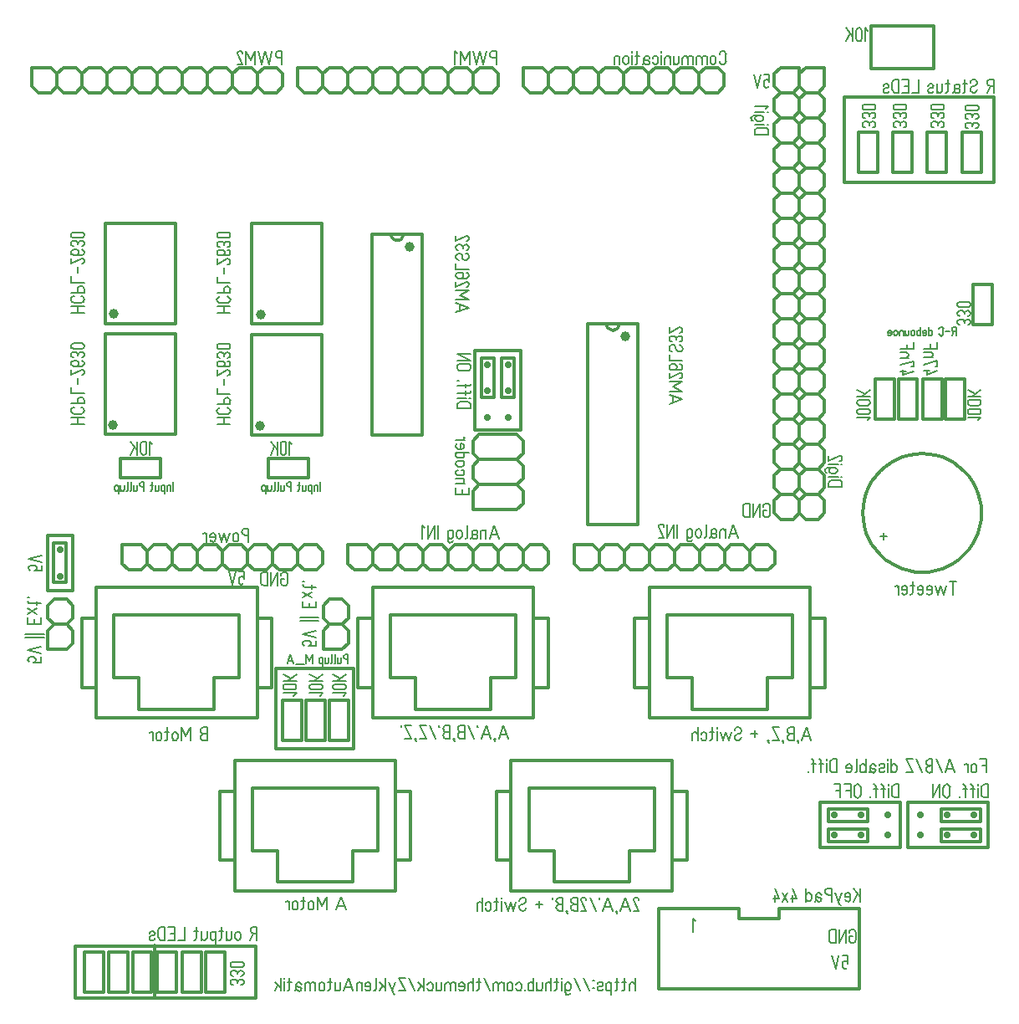
<source format=gbo>
%FSLAX35Y35*%
%MOIN*%
%IN7=Bestoeckungsdruckunten(X.GBO)*%
%ADD10C,0.00591*%
%ADD11C,0.00512*%
%ADD12C,0.00614*%
%ADD13C,0.00768*%
%ADD14C,0.00787*%
%ADD15C,0.01181*%
%ADD16C,0.01280*%
%ADD17C,0.01575*%
%ADD18C,0.01969*%
%ADD19C,0.02362*%
%ADD20C,0.02795*%
%ADD21C,0.03937*%
%ADD22C,0.12205*%
%ADD23C,0.13780*%
%ADD24C,0.14173*%
%AMR_25*21,1,0.00787,0.00787,0,0,0.000*%
%ADD25R_25*%
%AMR_26*21,1,0.01575,0.01575,0,0,0.000*%
%ADD26R_26*%
%AMR_27*21,1,0.01870,0.01870,0,0,0.000*%
%ADD27R_27*%
%AMR_28*21,1,0.01969,0.01969,0,0,0.000*%
%ADD28R_28*%
%AMR_29*21,1,0.02559,0.02559,0,0,0.000*%
%ADD29R_29*%
%AMR_30*21,1,0.04587,0.05433,0,0,90.000*%
%ADD30R_30*%
%AMR_31*21,1,0.05000,0.05000,0,0,0.000*%
%ADD31R_31*%
%AMR_32*21,1,0.05000,0.05000,0,0,90.000*%
%ADD32R_32*%
%AMR_33*21,1,0.05000,0.05000,0,0,270.000*%
%ADD33R_33*%
%AMR_34*21,1,0.05000,0.09843,0,0,270.000*%
%ADD34R_34*%
%AMR_35*21,1,0.05000,0.10000,0,0,90.000*%
%ADD35R_35*%
%AMR_36*21,1,0.12205,0.05118,0,0,90.000*%
%ADD36R_36*%
%AMR_37*21,1,0.12205,0.05118,0,0,180.000*%
%ADD37R_37*%
%AMR_38*21,1,0.19685,0.19685,0,0,0.000*%
%ADD38R_38*%
%AMOCT_39*4,1,8,0.023622,0.011811,0.011811,0.023622,-0.011811,0.023622,-0.023622,0.011811,-0.023622,-0.011811,-0.011811,-0.023622,0.011811,-0.023622,0.023622,-0.011811,0.023622,0.011811,0.000*%
%ADD39OCT_39*%
%AMOCT_40*4,1,8,0.029528,0.014764,0.014764,0.029528,-0.014764,0.029528,-0.029528,0.014764,-0.029528,-0.014764,-0.014764,-0.029528,0.014764,-0.029528,0.029528,-0.014764,0.029528,0.014764,0.000*%
%ADD40OCT_40*%
%AMOCT_41*4,1,8,0.031496,0.015748,0.015748,0.031496,-0.015748,0.031496,-0.031496,0.015748,-0.031496,-0.015748,-0.015748,-0.031496,0.015748,-0.031496,0.031496,-0.015748,0.031496,0.015748,-0.000*%
%ADD41OCT_41*%
%AMOCT_42*4,1,8,0.031496,0.015748,0.015748,0.031496,-0.015748,0.031496,-0.031496,0.015748,-0.031496,-0.015748,-0.015748,-0.031496,0.015748,-0.031496,0.031496,-0.015748,0.031496,0.015748,90.000*%
%ADD42OCT_42*%
%AMOCT_43*4,1,8,0.031496,0.015748,0.015748,0.031496,-0.015748,0.031496,-0.031496,0.015748,-0.031496,-0.015748,-0.015748,-0.031496,0.015748,-0.031496,0.031496,-0.015748,0.031496,0.015748,270.000*%
%ADD43OCT_43*%
%AMOCT_44*4,1,8,0.035433,0.017717,0.017717,0.035433,-0.017717,0.035433,-0.035433,0.017717,-0.035433,-0.017717,-0.017717,-0.035433,0.017717,-0.035433,0.035433,-0.017717,0.035433,0.017717,-0.000*%
%ADD44OCT_44*%
%AMOCT_45*4,1,8,0.035433,0.017717,0.017717,0.035433,-0.017717,0.035433,-0.035433,0.017717,-0.035433,-0.017717,-0.017717,-0.035433,0.017717,-0.035433,0.035433,-0.017717,0.035433,0.017717,180.000*%
%ADD45OCT_45*%
%AMOCT_46*4,1,8,0.035433,0.017717,0.017717,0.035433,-0.017717,0.035433,-0.035433,0.017717,-0.035433,-0.017717,-0.017717,-0.035433,0.017717,-0.035433,0.035433,-0.017717,0.035433,0.017717,270.000*%
%ADD46OCT_46*%
%AMOCT_47*4,1,8,0.037402,0.018701,0.018701,0.037402,-0.018701,0.037402,-0.037402,0.018701,-0.037402,-0.018701,-0.018701,-0.037402,0.018701,-0.037402,0.037402,-0.018701,0.037402,0.018701,180.000*%
%ADD47OCT_47*%
%AMOCT_48*4,1,8,0.039370,0.019685,0.019685,0.039370,-0.019685,0.039370,-0.039370,0.019685,-0.039370,-0.019685,-0.019685,-0.039370,0.019685,-0.039370,0.039370,-0.019685,0.039370,0.019685,0.000*%
%ADD48OCT_48*%
%AMOCT_49*4,1,8,0.051181,0.025591,0.025591,0.051181,-0.025591,0.051181,-0.051181,0.025591,-0.051181,-0.025591,-0.025591,-0.051181,0.025591,-0.051181,0.051181,-0.025591,0.051181,0.025591,180.000*%
%ADD49OCT_49*%
%AMOCT_50*4,1,8,0.063976,0.031988,0.031988,0.063976,-0.031988,0.063976,-0.063976,0.031988,-0.063976,-0.031988,-0.031988,-0.063976,0.031988,-0.063976,0.063976,-0.031988,0.063976,0.031988,180.000*%
%ADD50OCT_50*%
%AMO_51*20,1,0.03937,-0.00787,0.00000,0.00787,0.00000,0*1,1,0.03937,-0.00787,0.00000*1,1,0.03937,0.00787,0.00000*%
%ADD51O_51*%
%AMO_52*20,1,0.05000,-0.02421,0.00000,0.02421,0.00000,0*1,1,0.05000,-0.02421,0.00000*1,1,0.05000,0.02421,0.00000*%
%ADD52O_52*%
%AMO_53*20,1,0.05000,0.02500,0.00000,-0.02500,0.00000,0*1,1,0.05000,0.02500,0.00000*1,1,0.05000,-0.02500,0.00000*%
%ADD53O_53*%
%AMRR_54*21,1,0.06299,0.05039,0,0,-0.000*21,1,0.05039,0.06299,0,0,-0.000*1,1,0.01260,0.02520,0.02520*1,1,0.01260,-0.02520,-0.02520*1,1,0.01260,0.02520,-0.02520*1,1,0.01260,-0.02520,0.02520*%
%ADD54RR_54*%
%AMRR_55*21,1,0.06299,0.05039,0,0,90.000*21,1,0.05039,0.06299,0,0,90.000*1,1,0.01260,-0.02520,0.02520*1,1,0.01260,0.02520,-0.02520*1,1,0.01260,0.02520,0.02520*1,1,0.01260,-0.02520,-0.02520*%
%ADD55RR_55*%
%AMRR_56*21,1,0.06299,0.05039,0,0,270.000*21,1,0.05039,0.06299,0,0,270.000*1,1,0.01260,0.02520,-0.02520*1,1,0.01260,-0.02520,0.02520*1,1,0.01260,-0.02520,-0.02520*1,1,0.01260,0.02520,0.02520*%
%ADD56RR_56*%
G54D11*
X131348Y135698D02*
X131348Y137470D01*
X130482Y137470D01*
X130482Y139261D02*
X130039Y139143D01*
X129715Y138818D01*
X129596Y138375D01*
X129715Y137933D01*
X130039Y137608D01*
X130482Y137490D01*
X130482Y139242D02*
X131348Y139242D01*
X131348Y137470D01*
X128671Y138021D02*
X128671Y136407D01*
X127253Y136407D02*
X127348Y136053D01*
X127608Y135793D01*
X127962Y135698D01*
X128316Y135793D01*
X128576Y136053D01*
X128671Y136407D01*
X127253Y138021D02*
X127253Y135698D01*
X126348Y139242D02*
X126348Y136210D01*
X125836Y135698D02*
X126092Y135767D01*
X126279Y135954D01*
X126348Y136210D01*
X124931Y139242D02*
X124931Y136210D01*
X124419Y135698D02*
X124675Y135767D01*
X124862Y135954D01*
X124931Y136210D01*
X123513Y138021D02*
X123513Y136407D01*
X122096Y136407D02*
X122191Y136053D01*
X122450Y135793D01*
X122805Y135698D01*
X123159Y135793D01*
X123418Y136053D01*
X123513Y136407D01*
X122096Y138021D02*
X122096Y135698D01*
X121190Y134635D02*
X121190Y138021D01*
X119773Y136407D02*
X119868Y136053D01*
X120127Y135793D01*
X120482Y135698D01*
X120836Y135793D01*
X121096Y136053D01*
X121190Y136407D01*
X119773Y137273D02*
X119773Y136407D01*
X121190Y137273D02*
X121096Y137627D01*
X120836Y137887D01*
X120482Y137982D01*
X120127Y137887D01*
X119868Y137627D01*
X119773Y137273D01*
X117175Y135698D02*
X117175Y139242D01*
X115954Y136761D01*
X114694Y139242D01*
X114694Y135698D01*
X110442Y135423D02*
X113789Y135423D01*
X109537Y135698D02*
X108316Y139242D01*
X107057Y135698D01*
X109183Y136761D02*
X107411Y136761D01*
X120127Y204399D02*
X120127Y207942D01*
X119222Y204399D02*
X119222Y206722D01*
X119222Y205974D02*
X119127Y206328D01*
X118868Y206588D01*
X118513Y206683D01*
X118159Y206588D01*
X117900Y206328D01*
X117805Y205974D01*
X117805Y204399D01*
X116899Y203336D02*
X116899Y206722D01*
X115482Y205108D02*
X115577Y204753D01*
X115836Y204494D01*
X116190Y204399D01*
X116545Y204494D01*
X116804Y204753D01*
X116899Y205108D01*
X115482Y205974D02*
X115482Y205108D01*
X116899Y205974D02*
X116804Y206328D01*
X116545Y206588D01*
X116190Y206683D01*
X115836Y206588D01*
X115577Y206328D01*
X115482Y205974D01*
X114576Y206722D02*
X114576Y205108D01*
X113159Y205108D02*
X113254Y204753D01*
X113513Y204494D01*
X113868Y204399D01*
X114222Y204494D01*
X114481Y204753D01*
X114576Y205108D01*
X113159Y206722D02*
X113159Y204399D01*
X112253Y206722D02*
X111190Y206722D01*
X111742Y207942D02*
X111742Y204911D01*
X111190Y204399D02*
X111459Y204460D01*
X111661Y204648D01*
X111742Y204911D01*
X108592Y204399D02*
X108592Y206171D01*
X107726Y206171D01*
X107726Y207962D02*
X107283Y207843D01*
X106959Y207519D01*
X106840Y207076D01*
X106959Y206633D01*
X107283Y206309D01*
X107726Y206190D01*
X107726Y207942D02*
X108592Y207942D01*
X108592Y206171D01*
X105915Y206722D02*
X105915Y205108D01*
X104498Y205108D02*
X104592Y204753D01*
X104852Y204494D01*
X105206Y204399D01*
X105561Y204494D01*
X105820Y204753D01*
X105915Y205108D01*
X104498Y206722D02*
X104498Y204399D01*
X103592Y207942D02*
X103592Y204911D01*
X103080Y204399D02*
X103336Y204468D01*
X103523Y204655D01*
X103592Y204911D01*
X102175Y207942D02*
X102175Y204911D01*
X101663Y204399D02*
X101919Y204468D01*
X102106Y204655D01*
X102175Y204911D01*
X100757Y206722D02*
X100757Y205108D01*
X99340Y205108D02*
X99435Y204753D01*
X99694Y204494D01*
X100049Y204399D01*
X100403Y204494D01*
X100662Y204753D01*
X100757Y205108D01*
X99340Y206722D02*
X99340Y204399D01*
X98435Y203336D02*
X98435Y206722D01*
X97017Y205108D02*
X97112Y204753D01*
X97372Y204494D01*
X97726Y204399D01*
X98080Y204494D01*
X98340Y204753D01*
X98435Y205108D01*
X97017Y205974D02*
X97017Y205108D01*
X98435Y205974D02*
X98340Y206328D01*
X98080Y206588D01*
X97726Y206683D01*
X97372Y206588D01*
X97112Y206328D01*
X97017Y205974D01*
X61466Y204399D02*
X61466Y207942D01*
X60561Y204399D02*
X60561Y206722D01*
X60561Y205974D02*
X60466Y206328D01*
X60206Y206588D01*
X59852Y206683D01*
X59498Y206588D01*
X59238Y206328D01*
X59143Y205974D01*
X59143Y204399D01*
X58238Y203336D02*
X58238Y206722D01*
X56820Y205108D02*
X56915Y204753D01*
X57175Y204494D01*
X57529Y204399D01*
X57883Y204494D01*
X58143Y204753D01*
X58238Y205108D01*
X56820Y205974D02*
X56820Y205108D01*
X58238Y205974D02*
X58143Y206328D01*
X57883Y206588D01*
X57529Y206683D01*
X57175Y206588D01*
X56915Y206328D01*
X56820Y205974D01*
X55915Y206722D02*
X55915Y205108D01*
X54498Y205108D02*
X54592Y204753D01*
X54852Y204494D01*
X55206Y204399D01*
X55561Y204494D01*
X55820Y204753D01*
X55915Y205108D01*
X54498Y206722D02*
X54498Y204399D01*
X53592Y206722D02*
X52529Y206722D01*
X53080Y207942D02*
X53080Y204911D01*
X52529Y204399D02*
X52797Y204460D01*
X52999Y204648D01*
X53080Y204911D01*
X49931Y204399D02*
X49931Y206171D01*
X49064Y206171D01*
X49064Y207962D02*
X48622Y207843D01*
X48297Y207519D01*
X48179Y207076D01*
X48297Y206633D01*
X48622Y206309D01*
X49064Y206190D01*
X49064Y207942D02*
X49931Y207942D01*
X49931Y206171D01*
X47253Y206722D02*
X47253Y205108D01*
X45836Y205108D02*
X45931Y204753D01*
X46190Y204494D01*
X46545Y204399D01*
X46899Y204494D01*
X47158Y204753D01*
X47253Y205108D01*
X45836Y206722D02*
X45836Y204399D01*
X44931Y207942D02*
X44931Y204911D01*
X44419Y204399D02*
X44675Y204468D01*
X44862Y204655D01*
X44931Y204911D01*
X43513Y207942D02*
X43513Y204911D01*
X43001Y204399D02*
X43257Y204468D01*
X43445Y204655D01*
X43513Y204911D01*
X42096Y206722D02*
X42096Y205108D01*
X40679Y205108D02*
X40774Y204753D01*
X41033Y204494D01*
X41387Y204399D01*
X41742Y204494D01*
X42001Y204753D01*
X42096Y205108D01*
X40679Y206722D02*
X40679Y204399D01*
X39773Y203336D02*
X39773Y206722D01*
X38356Y205108D02*
X38451Y204753D01*
X38710Y204494D01*
X39064Y204399D01*
X39419Y204494D01*
X39678Y204753D01*
X39773Y205108D01*
X38356Y205974D02*
X38356Y205108D01*
X39773Y205974D02*
X39678Y206328D01*
X39419Y206588D01*
X39064Y206683D01*
X38710Y206588D01*
X38451Y206328D01*
X38356Y205974D01*
X373868Y266210D02*
X373868Y269753D01*
X373001Y269753D01*
X373001Y269773D02*
X372559Y269654D01*
X372234Y269330D01*
X372116Y268887D01*
X372234Y268444D01*
X372559Y268120D01*
X373001Y268001D01*
X373001Y267982D02*
X373868Y267982D01*
X373001Y267982D02*
X372096Y266210D01*
X371190Y267982D02*
X369616Y267982D01*
X368730Y268887D02*
X368611Y269330D01*
X368287Y269654D01*
X367844Y269773D01*
X367401Y269654D01*
X367077Y269330D01*
X366958Y268887D01*
X368710Y268887D02*
X368710Y267076D01*
X366958Y267076D02*
X367077Y266633D01*
X367401Y266309D01*
X367844Y266190D01*
X368287Y266309D01*
X368611Y266633D01*
X368730Y267076D01*
X362923Y269753D02*
X362923Y266210D01*
X364340Y267785D02*
X364245Y268139D01*
X363986Y268399D01*
X363631Y268494D01*
X363277Y268399D01*
X363018Y268139D01*
X362923Y267785D01*
X364340Y267785D02*
X364340Y266919D01*
X362923Y266919D02*
X363018Y266564D01*
X363277Y266305D01*
X363631Y266210D01*
X363986Y266305D01*
X364245Y266564D01*
X364340Y266919D01*
X362017Y267431D02*
X360600Y267431D01*
X360600Y267785D01*
X362017Y267785D02*
X361922Y268139D01*
X361663Y268399D01*
X361309Y268494D01*
X360954Y268399D01*
X360695Y268139D01*
X360600Y267785D01*
X362017Y267785D02*
X362017Y266919D01*
X360639Y266683D02*
X360867Y266363D01*
X361230Y266214D01*
X361616Y266280D01*
X361909Y266542D01*
X362017Y266919D01*
X359694Y266210D02*
X359694Y269753D01*
X358277Y266919D02*
X358372Y266564D01*
X358631Y266305D01*
X358986Y266210D01*
X359340Y266305D01*
X359599Y266564D01*
X359694Y266919D01*
X358277Y267785D02*
X358277Y266919D01*
X359694Y267785D02*
X359599Y268139D01*
X359340Y268399D01*
X358986Y268494D01*
X358631Y268399D01*
X358372Y268139D01*
X358277Y267785D01*
X355954Y267785D02*
X355954Y266919D01*
X357372Y267785D02*
X357277Y268139D01*
X357017Y268399D01*
X356663Y268494D01*
X356309Y268399D01*
X356049Y268139D01*
X355954Y267785D01*
X357372Y266919D02*
X357372Y267785D01*
X355954Y266919D02*
X356049Y266564D01*
X356309Y266305D01*
X356663Y266210D01*
X357017Y266305D01*
X357277Y266564D01*
X357372Y266919D01*
X355049Y268533D02*
X355049Y266919D01*
X353631Y266919D02*
X353726Y266564D01*
X353986Y266305D01*
X354340Y266210D01*
X354694Y266305D01*
X354954Y266564D01*
X355049Y266919D01*
X353631Y268533D02*
X353631Y266210D01*
X352726Y266210D02*
X352726Y268533D01*
X352726Y267785D02*
X352631Y268139D01*
X352372Y268399D01*
X352017Y268494D01*
X351663Y268399D01*
X351403Y268139D01*
X351309Y267785D01*
X351309Y266210D01*
X350403Y267785D02*
X350308Y268139D01*
X350049Y268399D01*
X349694Y268494D01*
X349340Y268399D01*
X349081Y268139D01*
X348986Y267785D01*
X350403Y267785D02*
X350403Y266919D01*
X348986Y266919D02*
X349081Y266564D01*
X349340Y266305D01*
X349694Y266210D01*
X350049Y266305D01*
X350308Y266564D01*
X350403Y266919D01*
X348080Y267431D02*
X346663Y267431D01*
X346663Y267785D01*
X348080Y267785D02*
X347985Y268139D01*
X347726Y268399D01*
X347372Y268494D01*
X347017Y268399D01*
X346758Y268139D01*
X346663Y267785D01*
X348080Y267785D02*
X348080Y266919D01*
X346702Y266683D02*
X346930Y266363D01*
X347293Y266214D01*
X347679Y266280D01*
X347972Y266542D01*
X348080Y266919D01*
G54D13*
X105043Y374350D02*
X105043Y377007D01*
X103744Y377007D01*
X103744Y379694D02*
X103235Y379593D01*
X102804Y379305D01*
X102516Y378874D01*
X102415Y378366D01*
X102516Y377857D01*
X102804Y377426D01*
X103235Y377138D01*
X103744Y377037D01*
X103744Y379665D02*
X105043Y379665D01*
X105043Y377007D01*
X101027Y379665D02*
X99728Y374350D01*
X98370Y379665D01*
X97011Y374350D01*
X95712Y379665D01*
X94354Y374350D02*
X94354Y379665D01*
X92523Y375944D01*
X90633Y379665D01*
X90633Y374350D01*
X89275Y378602D02*
X89170Y379063D01*
X88875Y379433D01*
X88449Y379638D01*
X87976Y379638D01*
X87549Y379433D01*
X87254Y379063D01*
X87149Y378602D01*
X89275Y374350D01*
X87149Y374350D01*
X294931Y349121D02*
X294424Y349008D01*
X294000Y348711D01*
X293721Y348273D01*
X293631Y347762D01*
X293631Y346463D01*
X298946Y346463D01*
X298946Y347762D01*
X298857Y348273D01*
X298578Y348711D01*
X298153Y349008D01*
X297647Y349121D01*
X294931Y349121D01*
X293631Y350479D02*
X297352Y350479D01*
X298415Y350479D02*
X298946Y350479D01*
X293100Y353963D02*
X292621Y353849D01*
X292244Y353532D01*
X292051Y353079D01*
X292083Y352588D01*
X292332Y352163D01*
X292746Y351896D01*
X293100Y353963D02*
X295994Y353963D01*
X295994Y351837D02*
X296455Y351942D01*
X296825Y352237D01*
X297030Y352664D01*
X297030Y353137D01*
X296825Y353563D01*
X296455Y353858D01*
X295994Y353963D01*
X295994Y351837D02*
X294694Y351837D01*
X294694Y353963D02*
X294233Y353858D01*
X293863Y353563D01*
X293658Y353137D01*
X293658Y352664D01*
X293863Y352237D01*
X294233Y351942D01*
X294694Y351837D01*
X293631Y355321D02*
X297352Y355321D01*
X298415Y355321D02*
X298946Y355321D01*
X297883Y356680D02*
X298946Y357743D01*
X293631Y357743D01*
X324335Y208775D02*
X323829Y208663D01*
X323404Y208365D01*
X323126Y207928D01*
X323036Y207417D01*
X323036Y206118D01*
X328351Y206118D01*
X328351Y207417D01*
X328261Y207928D01*
X327983Y208365D01*
X327558Y208663D01*
X327052Y208775D01*
X324335Y208775D01*
X323036Y210133D02*
X326756Y210133D01*
X327819Y210133D02*
X328351Y210133D01*
X322504Y213618D02*
X322025Y213504D01*
X321649Y213186D01*
X321456Y212734D01*
X321487Y212242D01*
X321736Y211818D01*
X322150Y211551D01*
X322504Y213618D02*
X325398Y213618D01*
X325398Y211492D02*
X325859Y211597D01*
X326229Y211892D01*
X326434Y212318D01*
X326434Y212791D01*
X326229Y213217D01*
X325859Y213512D01*
X325398Y213618D01*
X325398Y211492D02*
X324099Y211492D01*
X324099Y213618D02*
X323638Y213512D01*
X323268Y213217D01*
X323063Y212791D01*
X323063Y212318D01*
X323268Y211892D01*
X323638Y211597D01*
X324099Y211492D01*
X323036Y214976D02*
X326756Y214976D01*
X327819Y214976D02*
X328351Y214976D01*
X327288Y216334D02*
X327749Y216439D01*
X328119Y216734D01*
X328324Y217161D01*
X328324Y217634D01*
X328119Y218060D01*
X327749Y218355D01*
X327288Y218460D01*
X323036Y216334D01*
X323036Y218460D01*
X91598Y184192D02*
X91598Y186850D01*
X90299Y186850D01*
X90299Y189537D02*
X89790Y189436D01*
X89359Y189148D01*
X89071Y188717D01*
X88970Y188208D01*
X89071Y187700D01*
X89359Y187269D01*
X89790Y186981D01*
X90299Y186879D01*
X90299Y189507D02*
X91598Y189507D01*
X91598Y186850D01*
X85456Y186555D02*
X85456Y185255D01*
X87582Y186555D02*
X87477Y187016D01*
X87182Y187386D01*
X86756Y187591D01*
X86283Y187591D01*
X85856Y187386D01*
X85561Y187016D01*
X85456Y186555D01*
X87582Y185255D02*
X87582Y186555D01*
X85456Y185255D02*
X85561Y184794D01*
X85856Y184424D01*
X86283Y184219D01*
X86756Y184219D01*
X87182Y184424D01*
X87477Y184794D01*
X87582Y185255D01*
X84098Y187677D02*
X83035Y184192D01*
X81972Y187677D01*
X80909Y184192D01*
X79846Y187677D01*
X78488Y186023D02*
X76362Y186023D01*
X76362Y186555D01*
X78488Y186555D02*
X78382Y187016D01*
X78087Y187386D01*
X77661Y187591D01*
X77188Y187591D01*
X76762Y187386D01*
X76467Y187016D01*
X76362Y186555D01*
X78488Y186555D02*
X78488Y185255D01*
X76421Y184901D02*
X76688Y184487D01*
X77112Y184238D01*
X77604Y184207D01*
X78056Y184400D01*
X78374Y184776D01*
X78488Y185255D01*
X75003Y184192D02*
X75003Y187677D01*
X75003Y186850D02*
X74923Y187215D01*
X74684Y187504D01*
X74341Y187653D01*
X73968Y187631D01*
X73645Y187440D01*
X191455Y185442D02*
X189625Y190757D01*
X187735Y185442D01*
X190924Y187037D02*
X188266Y187037D01*
X186376Y185442D02*
X186376Y188927D01*
X186376Y187805D02*
X186271Y188266D01*
X185976Y188636D01*
X185550Y188841D01*
X185077Y188841D01*
X184651Y188636D01*
X184356Y188266D01*
X184250Y187805D01*
X184250Y185442D01*
X182892Y187805D02*
X182787Y188266D01*
X182492Y188636D01*
X182066Y188841D01*
X181593Y188841D01*
X181166Y188636D01*
X180872Y188266D01*
X180766Y187805D01*
X180888Y187410D01*
X181190Y187129D01*
X181593Y187037D01*
X182125Y187037D01*
X182125Y185413D02*
X182523Y185520D01*
X182815Y185812D01*
X182922Y186210D01*
X182815Y186609D01*
X182523Y186901D01*
X182125Y187007D01*
X182125Y185442D02*
X181593Y185442D01*
X180766Y186210D02*
X180888Y185815D01*
X181190Y185534D01*
X181593Y185442D01*
X180766Y187805D02*
X180766Y185974D01*
X180235Y185442D01*
X178876Y190757D02*
X178876Y186210D01*
X178109Y185442D02*
X178493Y185545D01*
X178774Y185826D01*
X178876Y186210D01*
X174625Y187805D02*
X174625Y186505D01*
X176750Y187805D02*
X176645Y188266D01*
X176350Y188636D01*
X175924Y188841D01*
X175451Y188841D01*
X175025Y188636D01*
X174730Y188266D01*
X174625Y187805D01*
X176750Y186505D02*
X176750Y187805D01*
X174625Y186505D02*
X174730Y186044D01*
X175025Y185674D01*
X175451Y185469D01*
X175924Y185469D01*
X176350Y185674D01*
X176645Y186044D01*
X176750Y186505D01*
X171140Y184911D02*
X171254Y184432D01*
X171571Y184055D01*
X172024Y183862D01*
X172516Y183894D01*
X172940Y184143D01*
X173207Y184557D01*
X171140Y184911D02*
X171140Y187805D01*
X173266Y187805D02*
X173161Y188266D01*
X172866Y188636D01*
X172440Y188841D01*
X171967Y188841D01*
X171540Y188636D01*
X171246Y188266D01*
X171140Y187805D01*
X173266Y187805D02*
X173266Y186505D01*
X171140Y186505D02*
X171246Y186044D01*
X171540Y185674D01*
X171967Y185469D01*
X172440Y185469D01*
X172866Y185674D01*
X173161Y186044D01*
X173266Y186505D01*
X167243Y185442D02*
X167243Y190757D01*
X165884Y185442D02*
X165884Y190757D01*
X163227Y185442D01*
X163227Y190757D01*
X161869Y189694D02*
X160806Y190757D01*
X160806Y185442D01*
X286860Y185836D02*
X285029Y191151D01*
X283139Y185836D01*
X286328Y187431D02*
X283671Y187431D01*
X281781Y185836D02*
X281781Y189320D01*
X281781Y188198D02*
X281676Y188660D01*
X281381Y189029D01*
X280955Y189235D01*
X280481Y189235D01*
X280055Y189029D01*
X279760Y188660D01*
X279655Y188198D01*
X279655Y185836D01*
X278297Y188198D02*
X278191Y188660D01*
X277897Y189029D01*
X277470Y189235D01*
X276997Y189235D01*
X276571Y189029D01*
X276276Y188660D01*
X276171Y188198D01*
X276292Y187804D01*
X276595Y187522D01*
X276998Y187431D01*
X277529Y187431D01*
X277529Y185807D02*
X277928Y185913D01*
X278219Y186205D01*
X278326Y186604D01*
X278219Y187002D01*
X277928Y187294D01*
X277529Y187401D01*
X277529Y185836D02*
X276998Y185836D01*
X276171Y186604D02*
X276292Y186209D01*
X276595Y185928D01*
X276998Y185836D01*
X276171Y188198D02*
X276171Y186368D01*
X275639Y185836D01*
X274281Y191151D02*
X274281Y186604D01*
X273513Y185836D02*
X273897Y185939D01*
X274178Y186220D01*
X274281Y186604D01*
X270029Y188198D02*
X270029Y186899D01*
X272155Y188198D02*
X272050Y188660D01*
X271755Y189029D01*
X271329Y189235D01*
X270855Y189235D01*
X270429Y189029D01*
X270134Y188660D01*
X270029Y188198D01*
X272155Y186899D02*
X272155Y188198D01*
X270029Y186899D02*
X270134Y186438D01*
X270429Y186068D01*
X270855Y185863D01*
X271329Y185863D01*
X271755Y186068D01*
X272050Y186438D01*
X272155Y186899D01*
X266545Y185305D02*
X266659Y184826D01*
X266976Y184449D01*
X267429Y184256D01*
X267920Y184287D01*
X268345Y184537D01*
X268612Y184950D01*
X266545Y185305D02*
X266545Y188198D01*
X268671Y188198D02*
X268565Y188660D01*
X268271Y189029D01*
X267844Y189235D01*
X267371Y189235D01*
X266945Y189029D01*
X266650Y188660D01*
X266545Y188198D01*
X268671Y188198D02*
X268671Y186899D01*
X266545Y186899D02*
X266650Y186438D01*
X266945Y186068D01*
X267371Y185863D01*
X267844Y185863D01*
X268271Y186068D01*
X268565Y186438D01*
X268671Y186899D01*
X262647Y185836D02*
X262647Y191151D01*
X261289Y185836D02*
X261289Y191151D01*
X258631Y185836D01*
X258631Y191151D01*
X257273Y190088D02*
X257168Y190549D01*
X256873Y190919D01*
X256447Y191124D01*
X255974Y191124D01*
X255547Y190919D01*
X255252Y190549D01*
X255147Y190088D01*
X257273Y185836D01*
X255147Y185836D01*
X282059Y378366D02*
X281957Y378874D01*
X281669Y379305D01*
X281238Y379593D01*
X280730Y379694D01*
X280221Y379593D01*
X279790Y379305D01*
X279502Y378874D01*
X279401Y378366D01*
X282029Y378366D02*
X282029Y375649D01*
X279401Y375649D02*
X279502Y375141D01*
X279790Y374710D01*
X280221Y374422D01*
X280730Y374320D01*
X281238Y374422D01*
X281669Y374710D01*
X281957Y375141D01*
X282059Y375649D01*
X275887Y376712D02*
X275887Y375413D01*
X278013Y376712D02*
X277908Y377173D01*
X277613Y377543D01*
X277187Y377748D01*
X276714Y377748D01*
X276288Y377543D01*
X275993Y377173D01*
X275887Y376712D01*
X278013Y375413D02*
X278013Y376712D01*
X275887Y375413D02*
X275993Y374952D01*
X276288Y374582D01*
X276714Y374377D01*
X277187Y374377D01*
X277613Y374582D01*
X277908Y374952D01*
X278013Y375413D01*
X274529Y374350D02*
X274529Y377834D01*
X274529Y376712D02*
X274424Y377173D01*
X274129Y377543D01*
X273703Y377748D01*
X273229Y377748D01*
X272803Y377543D01*
X272508Y377173D01*
X272403Y376712D01*
X272403Y374350D01*
X272403Y376712D02*
X272298Y377173D01*
X272003Y377543D01*
X271577Y377748D01*
X271104Y377748D01*
X270677Y377543D01*
X270382Y377173D01*
X270277Y376712D01*
X270277Y374350D01*
X268919Y374350D02*
X268919Y377834D01*
X268919Y376712D02*
X268814Y377173D01*
X268519Y377543D01*
X268092Y377748D01*
X267619Y377748D01*
X267193Y377543D01*
X266898Y377173D01*
X266793Y376712D01*
X266793Y374350D01*
X266793Y376712D02*
X266688Y377173D01*
X266393Y377543D01*
X265966Y377748D01*
X265493Y377748D01*
X265067Y377543D01*
X264772Y377173D01*
X264667Y376712D01*
X264667Y374350D01*
X263309Y377834D02*
X263309Y375413D01*
X261183Y375413D02*
X261288Y374952D01*
X261583Y374582D01*
X262009Y374377D01*
X262482Y374377D01*
X262908Y374582D01*
X263203Y374952D01*
X263309Y375413D01*
X261183Y377834D02*
X261183Y374350D01*
X259824Y374350D02*
X259824Y377834D01*
X259824Y376712D02*
X259719Y377173D01*
X259424Y377543D01*
X258998Y377748D01*
X258525Y377748D01*
X258099Y377543D01*
X257804Y377173D01*
X257698Y376712D01*
X257698Y374350D01*
X256340Y374350D02*
X256340Y378070D01*
X256340Y379133D02*
X256340Y379665D01*
X254982Y376712D02*
X254877Y377173D01*
X254582Y377543D01*
X254155Y377748D01*
X253682Y377748D01*
X253256Y377543D01*
X252961Y377173D01*
X252856Y376712D01*
X254982Y376712D02*
X254982Y375413D01*
X252856Y375413D02*
X252961Y374952D01*
X253256Y374582D01*
X253682Y374377D01*
X254155Y374377D01*
X254582Y374582D01*
X254877Y374952D01*
X254982Y375413D01*
X251498Y376712D02*
X251392Y377173D01*
X251097Y377543D01*
X250671Y377748D01*
X250198Y377748D01*
X249772Y377543D01*
X249477Y377173D01*
X249372Y376712D01*
X249493Y376317D01*
X249796Y376036D01*
X250198Y375944D01*
X250730Y375944D01*
X250730Y374320D02*
X251128Y374427D01*
X251420Y374719D01*
X251527Y375118D01*
X251420Y375516D01*
X251128Y375808D01*
X250730Y375915D01*
X250730Y374350D02*
X250198Y374350D01*
X249372Y375118D02*
X249493Y374723D01*
X249796Y374442D01*
X250198Y374350D01*
X249372Y376712D02*
X249372Y374881D01*
X248840Y374350D01*
X247482Y377834D02*
X245887Y377834D01*
X246714Y379665D02*
X246714Y375118D01*
X245887Y374350D02*
X246290Y374442D01*
X246593Y374723D01*
X246714Y375118D01*
X244529Y374350D02*
X244529Y378070D01*
X244529Y379133D02*
X244529Y379665D01*
X241045Y376712D02*
X241045Y375413D01*
X243171Y376712D02*
X243065Y377173D01*
X242771Y377543D01*
X242344Y377748D01*
X241871Y377748D01*
X241445Y377543D01*
X241150Y377173D01*
X241045Y376712D01*
X243171Y375413D02*
X243171Y376712D01*
X241045Y375413D02*
X241150Y374952D01*
X241445Y374582D01*
X241871Y374377D01*
X242344Y374377D01*
X242771Y374582D01*
X243065Y374952D01*
X243171Y375413D01*
X239687Y374350D02*
X239687Y377834D01*
X239687Y376712D02*
X239581Y377173D01*
X239286Y377543D01*
X238860Y377748D01*
X238387Y377748D01*
X237961Y377543D01*
X237666Y377173D01*
X237561Y376712D01*
X237561Y374350D01*
X190555Y374350D02*
X190555Y377007D01*
X189255Y377007D01*
X189255Y379694D02*
X188747Y379593D01*
X188316Y379305D01*
X188028Y378874D01*
X187927Y378366D01*
X188028Y377857D01*
X188316Y377426D01*
X188747Y377138D01*
X189255Y377037D01*
X189255Y379665D02*
X190555Y379665D01*
X190555Y377007D01*
X186539Y379665D02*
X185240Y374350D01*
X183881Y379665D01*
X182523Y374350D01*
X181224Y379665D01*
X179866Y374350D02*
X179866Y379665D01*
X178035Y375944D01*
X176145Y379665D01*
X176145Y374350D01*
X174787Y378602D02*
X173724Y379665D01*
X173724Y374350D01*
X337456Y351546D02*
X336995Y351441D01*
X336625Y351146D01*
X336420Y350719D01*
X336420Y350246D01*
X336625Y349820D01*
X336995Y349525D01*
X337456Y349420D01*
X338224Y351546D02*
X337456Y351546D01*
X339287Y350483D02*
X339206Y350890D01*
X338976Y351235D01*
X338631Y351465D01*
X338224Y351546D01*
X339287Y350188D02*
X339287Y350483D01*
X339287Y350188D01*
X340409Y351546D02*
X339989Y351474D01*
X339628Y351247D01*
X339382Y350899D01*
X339287Y350483D01*
X340645Y351546D02*
X340409Y351546D01*
X340645Y349420D02*
X341107Y349525D01*
X341477Y349820D01*
X341682Y350246D01*
X341682Y350719D01*
X341477Y351146D01*
X341107Y351441D01*
X340645Y351546D01*
X337456Y355030D02*
X336995Y354925D01*
X336625Y354630D01*
X336420Y354204D01*
X336420Y353731D01*
X336625Y353304D01*
X336995Y353009D01*
X337456Y352904D01*
X338224Y355030D02*
X337456Y355030D01*
X339287Y353967D02*
X339206Y354374D01*
X338976Y354719D01*
X338631Y354949D01*
X338224Y355030D01*
X339287Y353672D02*
X339287Y353967D01*
X339287Y353672D01*
X340409Y355030D02*
X339989Y354958D01*
X339628Y354731D01*
X339382Y354383D01*
X339287Y353967D01*
X340645Y355030D02*
X340409Y355030D01*
X340645Y352904D02*
X341107Y353009D01*
X341477Y353304D01*
X341682Y353731D01*
X341682Y354204D01*
X341477Y354630D01*
X341107Y354925D01*
X340645Y355030D01*
X340645Y358514D02*
X337456Y358514D01*
X340645Y356388D02*
X341107Y356494D01*
X341477Y356789D01*
X341682Y357215D01*
X341682Y357688D01*
X341477Y358114D01*
X341107Y358409D01*
X340645Y358514D01*
X337456Y356388D02*
X340645Y356388D01*
X337456Y358514D02*
X336995Y358409D01*
X336625Y358114D01*
X336420Y357688D01*
X336420Y357215D01*
X336625Y356789D01*
X336995Y356494D01*
X337456Y356388D01*
X349789Y351546D02*
X349328Y351441D01*
X348958Y351146D01*
X348753Y350719D01*
X348753Y350246D01*
X348958Y349820D01*
X349328Y349525D01*
X349789Y349420D01*
X350557Y351546D02*
X349789Y351546D01*
X351620Y350483D02*
X351539Y350890D01*
X351309Y351235D01*
X350964Y351465D01*
X350557Y351546D01*
X351620Y350188D02*
X351620Y350483D01*
X351620Y350188D01*
X352742Y351546D02*
X352322Y351474D01*
X351961Y351247D01*
X351714Y350899D01*
X351620Y350483D01*
X352978Y351546D02*
X352742Y351546D01*
X352978Y349420D02*
X353439Y349525D01*
X353809Y349820D01*
X354014Y350246D01*
X354014Y350719D01*
X353809Y351146D01*
X353439Y351441D01*
X352978Y351546D01*
X349789Y355030D02*
X349328Y354925D01*
X348958Y354630D01*
X348753Y354204D01*
X348753Y353731D01*
X348958Y353304D01*
X349328Y353009D01*
X349789Y352904D01*
X350557Y355030D02*
X349789Y355030D01*
X351620Y353967D02*
X351539Y354374D01*
X351309Y354719D01*
X350964Y354949D01*
X350557Y355030D01*
X351620Y353672D02*
X351620Y353967D01*
X351620Y353672D01*
X352742Y355030D02*
X352322Y354958D01*
X351961Y354731D01*
X351714Y354383D01*
X351620Y353967D01*
X352978Y355030D02*
X352742Y355030D01*
X352978Y352904D02*
X353439Y353009D01*
X353809Y353304D01*
X354014Y353731D01*
X354014Y354204D01*
X353809Y354630D01*
X353439Y354925D01*
X352978Y355030D01*
X352978Y358514D02*
X349789Y358514D01*
X352978Y356388D02*
X353439Y356494D01*
X353809Y356789D01*
X354014Y357215D01*
X354014Y357688D01*
X353809Y358114D01*
X353439Y358409D01*
X352978Y358514D01*
X349789Y356388D02*
X352978Y356388D01*
X349789Y358514D02*
X349328Y358409D01*
X348958Y358114D01*
X348753Y357688D01*
X348753Y357215D01*
X348958Y356789D01*
X349328Y356494D01*
X349789Y356388D01*
X364819Y351546D02*
X364357Y351441D01*
X363988Y351146D01*
X363782Y350719D01*
X363782Y350246D01*
X363988Y349820D01*
X364357Y349525D01*
X364819Y349420D01*
X365586Y351546D02*
X364819Y351546D01*
X366649Y350483D02*
X366568Y350890D01*
X366338Y351235D01*
X365993Y351465D01*
X365586Y351546D01*
X366649Y350188D02*
X366649Y350483D01*
X366649Y350188D01*
X367771Y351546D02*
X367351Y351474D01*
X366990Y351247D01*
X366744Y350899D01*
X366649Y350483D01*
X368008Y351546D02*
X367771Y351546D01*
X368008Y349420D02*
X368469Y349525D01*
X368839Y349820D01*
X369044Y350246D01*
X369044Y350719D01*
X368839Y351146D01*
X368469Y351441D01*
X368008Y351546D01*
X364819Y355030D02*
X364357Y354925D01*
X363988Y354630D01*
X363782Y354204D01*
X363782Y353731D01*
X363988Y353304D01*
X364357Y353009D01*
X364819Y352904D01*
X365586Y355030D02*
X364819Y355030D01*
X366649Y353967D02*
X366568Y354374D01*
X366338Y354719D01*
X365993Y354949D01*
X365586Y355030D01*
X366649Y353672D02*
X366649Y353967D01*
X366649Y353672D01*
X367771Y355030D02*
X367351Y354958D01*
X366990Y354731D01*
X366744Y354383D01*
X366649Y353967D01*
X368008Y355030D02*
X367771Y355030D01*
X368008Y352904D02*
X368469Y353009D01*
X368839Y353304D01*
X369044Y353731D01*
X369044Y354204D01*
X368839Y354630D01*
X368469Y354925D01*
X368008Y355030D01*
X368008Y358514D02*
X364819Y358514D01*
X368008Y356388D02*
X368469Y356494D01*
X368839Y356789D01*
X369044Y357215D01*
X369044Y357688D01*
X368839Y358114D01*
X368469Y358409D01*
X368008Y358514D01*
X364819Y356388D02*
X368008Y356388D01*
X364819Y358514D02*
X364357Y358409D01*
X363988Y358114D01*
X363782Y357688D01*
X363782Y357215D01*
X363988Y356789D01*
X364357Y356494D01*
X364819Y356388D01*
X378505Y351187D02*
X378044Y351081D01*
X377674Y350786D01*
X377468Y350360D01*
X377468Y349887D01*
X377674Y349461D01*
X378044Y349166D01*
X378505Y349061D01*
X379272Y351187D02*
X378505Y351187D01*
X380335Y350124D02*
X380255Y350530D01*
X380024Y350875D01*
X379679Y351106D01*
X379272Y351187D01*
X380335Y349828D02*
X380335Y350124D01*
X380335Y349828D01*
X381457Y351187D02*
X381037Y351115D01*
X380676Y350888D01*
X380430Y350540D01*
X380335Y350124D01*
X381694Y351187D02*
X381457Y351187D01*
X381694Y349061D02*
X382155Y349166D01*
X382525Y349461D01*
X382730Y349887D01*
X382730Y350360D01*
X382525Y350786D01*
X382155Y351081D01*
X381694Y351187D01*
X378505Y354671D02*
X378044Y354566D01*
X377674Y354271D01*
X377468Y353844D01*
X377468Y353371D01*
X377674Y352945D01*
X378044Y352650D01*
X378505Y352545D01*
X379272Y354671D02*
X378505Y354671D01*
X380335Y353608D02*
X380255Y354015D01*
X380024Y354360D01*
X379679Y354590D01*
X379272Y354671D01*
X380335Y353313D02*
X380335Y353608D01*
X380335Y353313D01*
X381457Y354671D02*
X381037Y354599D01*
X380676Y354372D01*
X380430Y354024D01*
X380335Y353608D01*
X381694Y354671D02*
X381457Y354671D01*
X381694Y352545D02*
X382155Y352650D01*
X382525Y352945D01*
X382730Y353371D01*
X382730Y353844D01*
X382525Y354271D01*
X382155Y354566D01*
X381694Y354671D01*
X381694Y358155D02*
X378505Y358155D01*
X381694Y356029D02*
X382155Y356134D01*
X382525Y356429D01*
X382730Y356856D01*
X382730Y357329D01*
X382525Y357755D01*
X382155Y358050D01*
X381694Y358155D01*
X378505Y356029D02*
X381694Y356029D01*
X378505Y358155D02*
X378044Y358050D01*
X377674Y357755D01*
X377468Y357329D01*
X377468Y356856D01*
X377674Y356429D01*
X378044Y356134D01*
X378505Y356029D01*
X375289Y272774D02*
X374827Y272669D01*
X374457Y272374D01*
X374252Y271948D01*
X374252Y271474D01*
X374457Y271048D01*
X374827Y270753D01*
X375289Y270648D01*
X376056Y272774D02*
X375289Y272774D01*
X377119Y271711D02*
X377038Y272118D01*
X376808Y272463D01*
X376463Y272693D01*
X376056Y272774D01*
X377119Y271416D02*
X377119Y271711D01*
X377119Y271416D01*
X378241Y272774D02*
X377821Y272702D01*
X377460Y272475D01*
X377214Y272127D01*
X377119Y271711D01*
X378478Y272774D02*
X378241Y272774D01*
X378478Y270648D02*
X378939Y270753D01*
X379309Y271048D01*
X379514Y271474D01*
X379514Y271948D01*
X379309Y272374D01*
X378939Y272669D01*
X378478Y272774D01*
X375289Y276258D02*
X374827Y276153D01*
X374457Y275858D01*
X374252Y275432D01*
X374252Y274959D01*
X374457Y274532D01*
X374827Y274237D01*
X375289Y274132D01*
X376056Y276258D02*
X375289Y276258D01*
X377119Y275195D02*
X377038Y275602D01*
X376808Y275947D01*
X376463Y276177D01*
X376056Y276258D01*
X377119Y274900D02*
X377119Y275195D01*
X377119Y274900D01*
X378241Y276258D02*
X377821Y276186D01*
X377460Y275959D01*
X377214Y275611D01*
X377119Y275195D01*
X378478Y276258D02*
X378241Y276258D01*
X378478Y274132D02*
X378939Y274237D01*
X379309Y274532D01*
X379514Y274959D01*
X379514Y275432D01*
X379309Y275858D01*
X378939Y276153D01*
X378478Y276258D01*
X378478Y279742D02*
X375289Y279742D01*
X378478Y277616D02*
X378939Y277722D01*
X379309Y278017D01*
X379514Y278443D01*
X379514Y278916D01*
X379309Y279342D01*
X378939Y279637D01*
X378478Y279742D01*
X375289Y277616D02*
X378478Y277616D01*
X375289Y279742D02*
X374827Y279637D01*
X374457Y279342D01*
X374252Y278916D01*
X374252Y278443D01*
X374457Y278017D01*
X374827Y277722D01*
X375289Y277616D01*
X174207Y275565D02*
X179522Y277396D01*
X174207Y279286D01*
X175802Y276097D02*
X175802Y278754D01*
X174207Y280644D02*
X179522Y280644D01*
X175802Y282475D01*
X179522Y284365D01*
X174207Y284365D01*
X178459Y285723D02*
X178920Y285828D01*
X179290Y286123D01*
X179495Y286549D01*
X179495Y287022D01*
X179290Y287449D01*
X178920Y287744D01*
X178459Y287849D01*
X174207Y285723D01*
X174207Y287849D01*
X178459Y289207D02*
X178920Y289312D01*
X179290Y289607D01*
X179495Y290034D01*
X179495Y290507D01*
X179290Y290933D01*
X178920Y291228D01*
X178459Y291333D01*
X178459Y289207D02*
X175270Y289207D01*
X175270Y291333D02*
X174809Y291228D01*
X174439Y290933D01*
X174234Y290507D01*
X174234Y290034D01*
X174439Y289607D01*
X174809Y289312D01*
X175270Y289207D01*
X175270Y291333D02*
X176333Y291333D01*
X176333Y289207D02*
X176794Y289312D01*
X177164Y289607D01*
X177370Y290034D01*
X177370Y290507D01*
X177164Y290933D01*
X176794Y291228D01*
X176333Y291333D01*
X179522Y292691D02*
X174207Y292691D01*
X174207Y295054D01*
X176865Y297711D02*
X176987Y297147D01*
X177333Y296685D01*
X177840Y296408D01*
X178416Y296367D01*
X178957Y296568D01*
X179366Y296977D01*
X179567Y297518D01*
X179526Y298094D01*
X179249Y298601D01*
X178787Y298947D01*
X178223Y299069D01*
X176865Y297711D02*
X176757Y298266D01*
X176428Y298725D01*
X175939Y299007D01*
X175376Y299059D01*
X174843Y298874D01*
X174435Y298483D01*
X174226Y297959D01*
X174253Y297395D01*
X174513Y296893D01*
X174957Y296544D01*
X175506Y296412D01*
X175270Y302554D02*
X174809Y302448D01*
X174439Y302153D01*
X174234Y301727D01*
X174234Y301254D01*
X174439Y300828D01*
X174809Y300533D01*
X175270Y300428D01*
X176038Y302554D02*
X175270Y302554D01*
X177101Y301491D02*
X177020Y301897D01*
X176790Y302242D01*
X176445Y302473D01*
X176038Y302554D01*
X177101Y301195D02*
X177101Y301491D01*
X177101Y301195D01*
X178223Y302554D02*
X177803Y302482D01*
X177442Y302255D01*
X177195Y301907D01*
X177101Y301491D01*
X178459Y302554D02*
X178223Y302554D01*
X178459Y300428D02*
X178920Y300533D01*
X179290Y300828D01*
X179495Y301254D01*
X179495Y301727D01*
X179290Y302153D01*
X178920Y302448D01*
X178459Y302554D01*
X178459Y303912D02*
X178920Y304017D01*
X179290Y304312D01*
X179495Y304738D01*
X179495Y305211D01*
X179290Y305638D01*
X178920Y305933D01*
X178459Y306038D01*
X174207Y303912D01*
X174207Y306038D01*
X109016Y223094D02*
X107953Y224157D01*
X107953Y218842D01*
X104469Y223094D02*
X104469Y219905D01*
X106595Y223094D02*
X106490Y223555D01*
X106195Y223925D01*
X105769Y224130D01*
X105296Y224130D01*
X104869Y223925D01*
X104574Y223555D01*
X104469Y223094D01*
X106595Y219905D02*
X106595Y223094D01*
X104469Y219905D02*
X104574Y219443D01*
X104869Y219074D01*
X105296Y218868D01*
X105769Y218868D01*
X106195Y219074D01*
X106490Y219443D01*
X106595Y219905D01*
X103111Y218842D02*
X103111Y224157D01*
X103111Y220672D02*
X100453Y224157D01*
X102048Y222031D02*
X100453Y218842D01*
X114389Y144709D02*
X113950Y144614D01*
X113589Y144347D01*
X113371Y143954D01*
X113334Y143506D01*
X113486Y143083D01*
X113799Y142760D01*
X114389Y144709D02*
X115452Y144709D01*
X115452Y142583D02*
X115913Y142688D01*
X116283Y142983D01*
X116489Y143410D01*
X116489Y143883D01*
X116283Y144309D01*
X115913Y144604D01*
X115452Y144709D01*
X115452Y142583D02*
X118641Y142583D01*
X118641Y144709D01*
X118641Y146067D02*
X113326Y147367D01*
X118641Y148725D01*
X119704Y152623D02*
X112263Y152623D01*
X119704Y153981D02*
X112263Y153981D01*
X118641Y160536D02*
X118641Y157878D01*
X115984Y157878D01*
X115984Y159709D01*
X115984Y157878D02*
X113326Y157878D01*
X113326Y160536D01*
X113326Y161894D02*
X116811Y164020D01*
X116811Y161894D02*
X113326Y164020D01*
X116811Y165378D02*
X116811Y166973D01*
X118641Y166146D02*
X114094Y166146D01*
X113326Y166973D02*
X113418Y166570D01*
X113699Y166268D01*
X114094Y166146D01*
X113858Y168331D02*
X113326Y168331D01*
X79070Y230982D02*
X81728Y230982D01*
X81728Y233639D01*
X81728Y230982D02*
X84385Y230982D01*
X84385Y233639D02*
X79070Y233639D01*
X83086Y234968D02*
X83595Y235069D01*
X84026Y235357D01*
X84314Y235788D01*
X84415Y236297D01*
X84314Y236805D01*
X84026Y237236D01*
X83595Y237524D01*
X83086Y237625D01*
X83086Y234998D02*
X80370Y234998D01*
X80370Y237625D02*
X79861Y237524D01*
X79430Y237236D01*
X79142Y236805D01*
X79041Y236297D01*
X79142Y235788D01*
X79430Y235357D01*
X79861Y235069D01*
X80370Y234968D01*
X79070Y239013D02*
X81728Y239013D01*
X81728Y240312D01*
X84415Y240312D02*
X84314Y240821D01*
X84026Y241252D01*
X83595Y241540D01*
X83086Y241641D01*
X82578Y241540D01*
X82147Y241252D01*
X81859Y240821D01*
X81757Y240312D01*
X84385Y240312D02*
X84385Y239013D01*
X81728Y239013D01*
X84385Y243029D02*
X79070Y243029D01*
X79070Y245391D01*
X81728Y246750D02*
X81728Y249112D01*
X83322Y250470D02*
X83784Y250575D01*
X84153Y250870D01*
X84359Y251296D01*
X84359Y251770D01*
X84153Y252196D01*
X83784Y252491D01*
X83322Y252596D01*
X79070Y250470D01*
X79070Y252596D01*
X83322Y253954D02*
X83784Y254059D01*
X84153Y254354D01*
X84359Y254781D01*
X84359Y255254D01*
X84153Y255680D01*
X83784Y255975D01*
X83322Y256080D01*
X83322Y253954D02*
X80133Y253954D01*
X80133Y256080D02*
X79672Y255975D01*
X79302Y255680D01*
X79097Y255254D01*
X79097Y254781D01*
X79302Y254354D01*
X79672Y254059D01*
X80133Y253954D01*
X80133Y256080D02*
X81196Y256080D01*
X81196Y253954D02*
X81658Y254059D01*
X82027Y254354D01*
X82233Y254781D01*
X82233Y255254D01*
X82027Y255680D01*
X81658Y255975D01*
X81196Y256080D01*
X80133Y259564D02*
X79672Y259459D01*
X79302Y259164D01*
X79097Y258738D01*
X79097Y258265D01*
X79302Y257839D01*
X79672Y257544D01*
X80133Y257438D01*
X80901Y259564D02*
X80133Y259564D01*
X81964Y258501D02*
X81883Y258908D01*
X81653Y259253D01*
X81308Y259484D01*
X80901Y259564D01*
X81964Y258206D02*
X81964Y258501D01*
X81964Y258206D01*
X83086Y259564D02*
X82666Y259493D01*
X82305Y259265D01*
X82058Y258917D01*
X81964Y258501D01*
X83322Y259564D02*
X83086Y259564D01*
X83322Y257438D02*
X83784Y257544D01*
X84153Y257839D01*
X84359Y258265D01*
X84359Y258738D01*
X84153Y259164D01*
X83784Y259459D01*
X83322Y259564D01*
X83322Y263049D02*
X80133Y263049D01*
X83322Y260923D02*
X83784Y261028D01*
X84153Y261323D01*
X84359Y261749D01*
X84359Y262222D01*
X84153Y262648D01*
X83784Y262943D01*
X83322Y263049D01*
X80133Y260923D02*
X83322Y260923D01*
X80133Y263049D02*
X79672Y262943D01*
X79302Y262648D01*
X79097Y262222D01*
X79097Y261749D01*
X79302Y261323D01*
X79672Y261028D01*
X80133Y260923D01*
X79070Y275273D02*
X81728Y275273D01*
X81728Y277931D01*
X81728Y275273D02*
X84385Y275273D01*
X84385Y277931D02*
X79070Y277931D01*
X83086Y279259D02*
X83595Y279360D01*
X84026Y279649D01*
X84314Y280080D01*
X84415Y280588D01*
X84314Y281097D01*
X84026Y281528D01*
X83595Y281816D01*
X83086Y281917D01*
X83086Y279289D02*
X80370Y279289D01*
X80370Y281917D02*
X79861Y281816D01*
X79430Y281528D01*
X79142Y281097D01*
X79041Y280588D01*
X79142Y280080D01*
X79430Y279649D01*
X79861Y279360D01*
X80370Y279259D01*
X79070Y283305D02*
X81728Y283305D01*
X81728Y284604D01*
X84415Y284604D02*
X84314Y285112D01*
X84026Y285543D01*
X83595Y285831D01*
X83086Y285933D01*
X82578Y285831D01*
X82147Y285543D01*
X81859Y285112D01*
X81757Y284604D01*
X84385Y284604D02*
X84385Y283305D01*
X81728Y283305D01*
X84385Y287320D02*
X79070Y287320D01*
X79070Y289683D01*
X81728Y291041D02*
X81728Y293403D01*
X83322Y294761D02*
X83784Y294867D01*
X84153Y295162D01*
X84359Y295588D01*
X84359Y296061D01*
X84153Y296487D01*
X83784Y296782D01*
X83322Y296887D01*
X79070Y294761D01*
X79070Y296887D01*
X83322Y298246D02*
X83784Y298351D01*
X84153Y298646D01*
X84359Y299072D01*
X84359Y299545D01*
X84153Y299971D01*
X83784Y300266D01*
X83322Y300372D01*
X83322Y298246D02*
X80133Y298246D01*
X80133Y300372D02*
X79672Y300266D01*
X79302Y299971D01*
X79097Y299545D01*
X79097Y299072D01*
X79302Y298646D01*
X79672Y298351D01*
X80133Y298246D01*
X80133Y300372D02*
X81196Y300372D01*
X81196Y298246D02*
X81658Y298351D01*
X82027Y298646D01*
X82233Y299072D01*
X82233Y299545D01*
X82027Y299971D01*
X81658Y300266D01*
X81196Y300372D01*
X80133Y303856D02*
X79672Y303751D01*
X79302Y303456D01*
X79097Y303029D01*
X79097Y302556D01*
X79302Y302130D01*
X79672Y301835D01*
X80133Y301730D01*
X80901Y303856D02*
X80133Y303856D01*
X81964Y302793D02*
X81883Y303200D01*
X81653Y303544D01*
X81308Y303775D01*
X80901Y303856D01*
X81964Y302498D02*
X81964Y302793D01*
X81964Y302498D01*
X83086Y303856D02*
X82666Y303784D01*
X82305Y303557D01*
X82058Y303209D01*
X81964Y302793D01*
X83322Y303856D02*
X83086Y303856D01*
X83322Y301730D02*
X83784Y301835D01*
X84153Y302130D01*
X84359Y302556D01*
X84359Y303029D01*
X84153Y303456D01*
X83784Y303751D01*
X83322Y303856D01*
X83322Y307340D02*
X80133Y307340D01*
X83322Y305214D02*
X83784Y305319D01*
X84153Y305614D01*
X84359Y306041D01*
X84359Y306514D01*
X84153Y306940D01*
X83784Y307235D01*
X83322Y307340D01*
X80133Y305214D02*
X83322Y305214D01*
X80133Y307340D02*
X79672Y307235D01*
X79302Y306940D01*
X79097Y306514D01*
X79097Y306041D01*
X79302Y305614D01*
X79672Y305319D01*
X80133Y305214D01*
X109671Y122865D02*
X110734Y123928D01*
X105419Y123928D01*
X109671Y127412D02*
X106482Y127412D01*
X109671Y125286D02*
X110132Y125391D01*
X110502Y125686D01*
X110707Y126113D01*
X110707Y126586D01*
X110502Y127012D01*
X110132Y127307D01*
X109671Y127412D01*
X106482Y125286D02*
X109671Y125286D01*
X106482Y127412D02*
X106021Y127307D01*
X105651Y127012D01*
X105446Y126586D01*
X105446Y126113D01*
X105651Y125686D01*
X106021Y125391D01*
X106482Y125286D01*
X105419Y128770D02*
X110734Y128770D01*
X107250Y128770D02*
X110734Y131428D01*
X108608Y129833D02*
X105419Y131428D01*
X120173Y122865D02*
X121236Y123928D01*
X115921Y123928D01*
X120173Y127412D02*
X116984Y127412D01*
X120173Y125286D02*
X120634Y125391D01*
X121004Y125686D01*
X121209Y126113D01*
X121209Y126586D01*
X121004Y127012D01*
X120634Y127307D01*
X120173Y127412D01*
X116984Y125286D02*
X120173Y125286D01*
X116984Y127412D02*
X116523Y127307D01*
X116153Y127012D01*
X115948Y126586D01*
X115948Y126113D01*
X116153Y125686D01*
X116523Y125391D01*
X116984Y125286D01*
X115921Y128770D02*
X121236Y128770D01*
X117752Y128770D02*
X121236Y131428D01*
X119110Y129833D02*
X115921Y131428D01*
X129425Y122865D02*
X130488Y123928D01*
X125173Y123928D01*
X129425Y127412D02*
X126236Y127412D01*
X129425Y125286D02*
X129886Y125391D01*
X130256Y125686D01*
X130461Y126113D01*
X130461Y126586D01*
X130256Y127012D01*
X129886Y127307D01*
X129425Y127412D01*
X126236Y125286D02*
X129425Y125286D01*
X126236Y127412D02*
X125775Y127307D01*
X125405Y127012D01*
X125200Y126586D01*
X125200Y126113D01*
X125405Y125686D01*
X125775Y125391D01*
X126236Y125286D01*
X125173Y128770D02*
X130488Y128770D01*
X127004Y128770D02*
X130488Y131428D01*
X128362Y129833D02*
X125173Y131428D01*
X373809Y168459D02*
X371151Y168459D01*
X372509Y168459D02*
X372509Y163144D01*
X369793Y166628D02*
X368730Y163144D01*
X367667Y166628D01*
X366604Y163144D01*
X365541Y166628D01*
X364183Y164975D02*
X362057Y164975D01*
X362057Y165506D01*
X364183Y165506D02*
X364077Y165968D01*
X363782Y166337D01*
X363356Y166543D01*
X362883Y166543D01*
X362457Y166337D01*
X362162Y165968D01*
X362057Y165506D01*
X364183Y165506D02*
X364183Y164207D01*
X362116Y163853D02*
X362383Y163439D01*
X362807Y163190D01*
X363299Y163159D01*
X363751Y163352D01*
X364069Y163728D01*
X364183Y164207D01*
X360698Y164975D02*
X358572Y164975D01*
X358572Y165506D01*
X360698Y165506D02*
X360593Y165968D01*
X360298Y166337D01*
X359872Y166543D01*
X359399Y166543D01*
X358973Y166337D01*
X358678Y165968D01*
X358572Y165506D01*
X360698Y165506D02*
X360698Y164207D01*
X358631Y163853D02*
X358898Y163439D01*
X359323Y163190D01*
X359814Y163159D01*
X360267Y163352D01*
X360584Y163728D01*
X360698Y164207D01*
X357214Y166628D02*
X355620Y166628D01*
X356446Y168459D02*
X356446Y163912D01*
X355620Y163144D02*
X356022Y163236D01*
X356325Y163517D01*
X356446Y163912D01*
X354261Y164975D02*
X352135Y164975D01*
X352135Y165506D01*
X354261Y165506D02*
X354156Y165968D01*
X353861Y166337D01*
X353435Y166543D01*
X352962Y166543D01*
X352536Y166337D01*
X352241Y165968D01*
X352135Y165506D01*
X354261Y165506D02*
X354261Y164207D01*
X352194Y163853D02*
X352461Y163439D01*
X352886Y163190D01*
X353377Y163159D01*
X353830Y163352D01*
X354147Y163728D01*
X354261Y164207D01*
X350777Y163144D02*
X350777Y166628D01*
X350777Y165802D02*
X350696Y166167D01*
X350458Y166456D01*
X350115Y166605D01*
X349741Y166582D01*
X349419Y166392D01*
X366337Y252306D02*
X362321Y250712D01*
X362321Y252838D01*
X363384Y252306D02*
X361022Y252306D01*
X365569Y254196D02*
X366337Y254196D01*
X366337Y256322D01*
X361022Y254728D01*
X361022Y257680D02*
X364506Y257680D01*
X363384Y257680D02*
X363845Y257786D01*
X364215Y258081D01*
X364420Y258507D01*
X364420Y258980D01*
X364215Y259406D01*
X363845Y259701D01*
X363384Y259806D01*
X361022Y259806D01*
X366337Y263822D02*
X366337Y261165D01*
X363679Y261165D01*
X363679Y262995D01*
X363679Y261165D02*
X361022Y261165D01*
X356726Y252144D02*
X352710Y250550D01*
X352710Y252676D01*
X353773Y252144D02*
X351411Y252144D01*
X355958Y254034D02*
X356726Y254034D01*
X356726Y256160D01*
X351411Y254565D01*
X351411Y257518D02*
X354895Y257518D01*
X353773Y257518D02*
X354234Y257623D01*
X354604Y257918D01*
X354809Y258345D01*
X354809Y258818D01*
X354604Y259244D01*
X354234Y259539D01*
X353773Y259644D01*
X351411Y259644D01*
X356726Y263660D02*
X356726Y261002D01*
X354068Y261002D01*
X354068Y262833D01*
X354068Y261002D02*
X351411Y261002D01*
X382644Y232619D02*
X383706Y233682D01*
X378392Y233682D01*
X382644Y237166D02*
X379455Y237166D01*
X382644Y235040D02*
X383105Y235145D01*
X383475Y235440D01*
X383680Y235866D01*
X383680Y236340D01*
X383475Y236766D01*
X383105Y237061D01*
X382644Y237166D01*
X379455Y235040D02*
X382644Y235040D01*
X379455Y237166D02*
X378993Y237061D01*
X378623Y236766D01*
X378418Y236340D01*
X378418Y235866D01*
X378623Y235440D01*
X378993Y235145D01*
X379455Y235040D01*
X382644Y240650D02*
X379455Y240650D01*
X382644Y238524D02*
X383105Y238630D01*
X383475Y238924D01*
X383680Y239351D01*
X383680Y239824D01*
X383475Y240250D01*
X383105Y240545D01*
X382644Y240650D01*
X379455Y238524D02*
X382644Y238524D01*
X379455Y240650D02*
X378993Y240545D01*
X378623Y240250D01*
X378418Y239824D01*
X378418Y239351D01*
X378623Y238924D01*
X378993Y238630D01*
X379455Y238524D01*
X378392Y242009D02*
X383706Y242009D01*
X380222Y242009D02*
X383706Y244666D01*
X381581Y243071D02*
X378392Y244666D01*
X338515Y232619D02*
X339578Y233682D01*
X334263Y233682D01*
X338515Y237166D02*
X335326Y237166D01*
X338515Y235040D02*
X338976Y235145D01*
X339346Y235440D01*
X339551Y235866D01*
X339551Y236340D01*
X339346Y236766D01*
X338976Y237061D01*
X338515Y237166D01*
X335326Y235040D02*
X338515Y235040D01*
X335326Y237166D02*
X334864Y237061D01*
X334495Y236766D01*
X334289Y236340D01*
X334289Y235866D01*
X334495Y235440D01*
X334864Y235145D01*
X335326Y235040D01*
X338515Y240650D02*
X335326Y240650D01*
X338515Y238524D02*
X338976Y238630D01*
X339346Y238924D01*
X339551Y239351D01*
X339551Y239824D01*
X339346Y240250D01*
X338976Y240545D01*
X338515Y240650D01*
X335326Y238524D02*
X338515Y238524D01*
X335326Y240650D02*
X334864Y240545D01*
X334495Y240250D01*
X334289Y239824D01*
X334289Y239351D01*
X334495Y238924D01*
X334864Y238630D01*
X335326Y238524D01*
X334263Y242009D02*
X339578Y242009D01*
X336093Y242009D02*
X339578Y244666D01*
X337452Y243071D02*
X334263Y244666D01*
X179596Y205866D02*
X179596Y203208D01*
X176938Y203208D01*
X176938Y205039D01*
X176938Y203208D02*
X174281Y203208D01*
X174281Y205866D01*
X174281Y207224D02*
X177765Y207224D01*
X176643Y207224D02*
X177104Y207329D01*
X177474Y207624D01*
X177680Y208050D01*
X177680Y208523D01*
X177474Y208950D01*
X177104Y209245D01*
X176643Y209350D01*
X174281Y209350D01*
X176643Y210708D02*
X177104Y210813D01*
X177474Y211108D01*
X177680Y211535D01*
X177680Y212008D01*
X177474Y212434D01*
X177104Y212729D01*
X176643Y212834D01*
X176643Y210708D02*
X175344Y210708D01*
X175344Y212834D02*
X174883Y212729D01*
X174513Y212434D01*
X174308Y212008D01*
X174308Y211535D01*
X174513Y211108D01*
X174883Y210813D01*
X175344Y210708D01*
X176643Y216318D02*
X175344Y216318D01*
X176643Y214192D02*
X177104Y214298D01*
X177474Y214593D01*
X177680Y215019D01*
X177680Y215492D01*
X177474Y215918D01*
X177104Y216213D01*
X176643Y216318D01*
X175344Y214192D02*
X176643Y214192D01*
X175344Y216318D02*
X174883Y216213D01*
X174513Y215918D01*
X174308Y215492D01*
X174308Y215019D01*
X174513Y214593D01*
X174883Y214298D01*
X175344Y214192D01*
X179596Y219803D02*
X174281Y219803D01*
X176643Y217677D02*
X177104Y217782D01*
X177474Y218077D01*
X177680Y218503D01*
X177680Y218976D01*
X177474Y219402D01*
X177104Y219697D01*
X176643Y219803D01*
X176643Y217677D02*
X175344Y217677D01*
X175344Y219803D02*
X174883Y219697D01*
X174513Y219402D01*
X174308Y218976D01*
X174308Y218503D01*
X174513Y218077D01*
X174883Y217782D01*
X175344Y217677D01*
X176112Y221161D02*
X176112Y223287D01*
X176643Y223287D01*
X176643Y221161D02*
X177104Y221266D01*
X177474Y221561D01*
X177680Y221987D01*
X177680Y222460D01*
X177474Y222887D01*
X177104Y223182D01*
X176643Y223287D01*
X176643Y221161D02*
X175344Y221161D01*
X174990Y223228D02*
X174576Y222961D01*
X174327Y222536D01*
X174295Y222045D01*
X174489Y221592D01*
X174865Y221275D01*
X175344Y221161D01*
X174281Y224645D02*
X177765Y224645D01*
X176938Y224645D02*
X177304Y224726D01*
X177593Y224964D01*
X177742Y225307D01*
X177719Y225681D01*
X177529Y226003D01*
X338572Y387839D02*
X337509Y388902D01*
X337509Y383587D01*
X334025Y387839D02*
X334025Y384650D01*
X336151Y387839D02*
X336046Y388300D01*
X335751Y388670D01*
X335325Y388875D01*
X334852Y388875D01*
X334425Y388670D01*
X334130Y388300D01*
X334025Y387839D01*
X336151Y384650D02*
X336151Y387839D01*
X334025Y384650D02*
X334130Y384189D01*
X334425Y383819D01*
X334852Y383614D01*
X335325Y383614D01*
X335751Y383819D01*
X336046Y384189D01*
X336151Y384650D01*
X332667Y383587D02*
X332667Y388902D01*
X332667Y385418D02*
X330009Y388902D01*
X331604Y386776D02*
X330009Y383587D01*
X195191Y105743D02*
X193361Y111058D01*
X191471Y105743D01*
X194660Y107337D02*
X192002Y107337D01*
X190113Y105743D02*
X189581Y105743D01*
X190054Y104680D01*
X188223Y105743D02*
X186392Y111058D01*
X184502Y105743D01*
X187691Y107337D02*
X185034Y107337D01*
X182908Y111058D02*
X182908Y110526D01*
X183144Y110290D01*
X179187Y111058D02*
X181550Y105743D01*
X176530Y108400D02*
X177829Y108400D01*
X176530Y111087D02*
X176022Y110986D01*
X175590Y110698D01*
X175302Y110267D01*
X175201Y109758D01*
X175302Y109250D01*
X175590Y108819D01*
X176022Y108531D01*
X176530Y108430D01*
X177829Y111058D02*
X176530Y111058D01*
X177829Y105743D02*
X177829Y111058D01*
X176530Y105743D02*
X177829Y105743D01*
X176530Y108371D02*
X176022Y108269D01*
X175590Y107981D01*
X175302Y107550D01*
X175201Y107042D01*
X175302Y106533D01*
X175590Y106102D01*
X176022Y105814D01*
X176530Y105713D01*
X173813Y105743D02*
X173282Y105743D01*
X173754Y104680D01*
X170625Y108400D02*
X171924Y108400D01*
X170625Y111087D02*
X170116Y110986D01*
X169685Y110698D01*
X169397Y110267D01*
X169296Y109758D01*
X169397Y109250D01*
X169685Y108819D01*
X170116Y108531D01*
X170625Y108430D01*
X171924Y111058D02*
X170625Y111058D01*
X171924Y105743D02*
X171924Y111058D01*
X170625Y105743D02*
X171924Y105743D01*
X170625Y108371D02*
X170116Y108269D01*
X169685Y107981D01*
X169397Y107550D01*
X169296Y107042D01*
X169397Y106533D01*
X169685Y106102D01*
X170116Y105814D01*
X170625Y105713D01*
X167672Y111058D02*
X167672Y110526D01*
X167908Y110290D01*
X163951Y111058D02*
X166313Y105743D01*
X162593Y111058D02*
X159936Y111058D01*
X162593Y105743D01*
X159936Y105743D01*
X158577Y105743D02*
X158046Y105743D01*
X158518Y104680D01*
X156687Y111058D02*
X154030Y111058D01*
X156687Y105743D01*
X154030Y105743D01*
X152436Y111058D02*
X152436Y110526D01*
X152672Y110290D01*
X316023Y104950D02*
X314192Y110265D01*
X312303Y104950D01*
X315492Y106545D02*
X312834Y106545D01*
X310944Y104950D02*
X310413Y104950D01*
X310885Y103887D01*
X307755Y107608D02*
X309055Y107608D01*
X307755Y110295D02*
X307247Y110194D01*
X306816Y109906D01*
X306528Y109475D01*
X306427Y108966D01*
X306528Y108458D01*
X306816Y108026D01*
X307247Y107738D01*
X307755Y107637D01*
X309055Y110265D02*
X307755Y110265D01*
X309055Y104950D02*
X309055Y110265D01*
X307755Y104950D02*
X309055Y104950D01*
X307755Y107578D02*
X307247Y107477D01*
X306816Y107189D01*
X306528Y106758D01*
X306427Y106250D01*
X306528Y105741D01*
X306816Y105310D01*
X307247Y105022D01*
X307755Y104921D01*
X305039Y104950D02*
X304507Y104950D01*
X304980Y103887D01*
X303149Y110265D02*
X300492Y110265D01*
X303149Y104950D01*
X300492Y104950D01*
X299133Y104950D02*
X298602Y104950D01*
X299074Y103887D01*
X294704Y107608D02*
X292047Y107608D01*
X293405Y108966D02*
X293405Y106250D01*
X286850Y107608D02*
X287414Y107731D01*
X287876Y108077D01*
X288153Y108583D01*
X288194Y109159D01*
X287993Y109700D01*
X287584Y110109D01*
X287043Y110310D01*
X286467Y110269D01*
X285960Y109993D01*
X285614Y109530D01*
X285492Y108966D01*
X286850Y107608D02*
X286295Y107500D01*
X285836Y107171D01*
X285554Y106682D01*
X285502Y106119D01*
X285687Y105586D01*
X286078Y105178D01*
X286602Y104969D01*
X287166Y104996D01*
X287668Y105256D01*
X288017Y105700D01*
X288149Y106250D01*
X284133Y108435D02*
X283070Y104950D01*
X282007Y108435D01*
X280944Y104950D01*
X279881Y108435D01*
X278523Y104950D02*
X278523Y108671D01*
X278523Y109734D02*
X278523Y110265D01*
X277165Y108435D02*
X275570Y108435D01*
X276397Y110265D02*
X276397Y105718D01*
X275570Y104950D02*
X275973Y105042D01*
X276276Y105323D01*
X276397Y105718D01*
X274212Y107312D02*
X274107Y107774D01*
X273812Y108144D01*
X273386Y108349D01*
X272913Y108349D01*
X272486Y108144D01*
X272191Y107774D01*
X272086Y107312D01*
X274212Y107312D02*
X274212Y106013D01*
X272086Y106013D02*
X272191Y105552D01*
X272486Y105182D01*
X272913Y104977D01*
X273386Y104977D01*
X273812Y105182D01*
X274107Y105552D01*
X274212Y106013D01*
X270728Y104950D02*
X270728Y110265D01*
X270728Y107312D02*
X270623Y107774D01*
X270328Y108144D01*
X269901Y108349D01*
X269428Y108349D01*
X269002Y108144D01*
X268707Y107774D01*
X268602Y107312D01*
X268602Y104950D01*
X130408Y37544D02*
X128577Y42859D01*
X126687Y37544D01*
X129876Y39138D02*
X127219Y39138D01*
X122790Y37544D02*
X122790Y42859D01*
X120959Y39138D01*
X119069Y42859D01*
X119069Y37544D01*
X115585Y39906D02*
X115585Y38607D01*
X117711Y39906D02*
X117606Y40367D01*
X117311Y40737D01*
X116885Y40942D01*
X116412Y40942D01*
X115985Y40737D01*
X115690Y40367D01*
X115585Y39906D01*
X117711Y38607D02*
X117711Y39906D01*
X115585Y38607D02*
X115690Y38146D01*
X115985Y37776D01*
X116412Y37570D01*
X116885Y37570D01*
X117311Y37776D01*
X117606Y38146D01*
X117711Y38607D01*
X114227Y41028D02*
X112632Y41028D01*
X113459Y42859D02*
X113459Y38312D01*
X112632Y37544D02*
X113035Y37636D01*
X113338Y37917D01*
X113459Y38312D01*
X109148Y39906D02*
X109148Y38607D01*
X111274Y39906D02*
X111169Y40367D01*
X110874Y40737D01*
X110448Y40942D01*
X109975Y40942D01*
X109548Y40737D01*
X109253Y40367D01*
X109148Y39906D01*
X111274Y38607D02*
X111274Y39906D01*
X109148Y38607D02*
X109253Y38146D01*
X109548Y37776D01*
X109975Y37570D01*
X110448Y37570D01*
X110874Y37776D01*
X111169Y38146D01*
X111274Y38607D01*
X107790Y37544D02*
X107790Y41028D01*
X107790Y40201D02*
X107709Y40567D01*
X107471Y40856D01*
X107128Y41005D01*
X106754Y40982D01*
X106432Y40792D01*
X259389Y239124D02*
X264704Y240954D01*
X259389Y242844D01*
X260984Y239655D02*
X260984Y242312D01*
X259389Y244202D02*
X264704Y244202D01*
X260984Y246033D01*
X264704Y247923D01*
X259389Y247923D01*
X263641Y249281D02*
X264102Y249386D01*
X264472Y249681D01*
X264678Y250107D01*
X264678Y250581D01*
X264472Y251007D01*
X264102Y251302D01*
X263641Y251407D01*
X259389Y249281D01*
X259389Y251407D01*
X263641Y252765D02*
X264102Y252871D01*
X264472Y253165D01*
X264678Y253592D01*
X264678Y254065D01*
X264472Y254491D01*
X264102Y254786D01*
X263641Y254891D01*
X263641Y252765D02*
X260452Y252765D01*
X260452Y254891D02*
X259991Y254786D01*
X259621Y254491D01*
X259416Y254065D01*
X259416Y253592D01*
X259621Y253165D01*
X259991Y252871D01*
X260452Y252765D01*
X260452Y254891D02*
X261515Y254891D01*
X261515Y252765D02*
X261976Y252871D01*
X262346Y253165D01*
X262552Y253592D01*
X262552Y254065D01*
X262346Y254491D01*
X261976Y254786D01*
X261515Y254891D01*
X264704Y256250D02*
X259389Y256250D01*
X259389Y258612D01*
X262047Y261269D02*
X262169Y260705D01*
X262516Y260243D01*
X263022Y259966D01*
X263598Y259925D01*
X264139Y260127D01*
X264548Y260535D01*
X264749Y261076D01*
X264708Y261652D01*
X264432Y262159D01*
X263969Y262505D01*
X263405Y262627D01*
X262047Y261269D02*
X261939Y261824D01*
X261610Y262283D01*
X261121Y262565D01*
X260558Y262617D01*
X260025Y262432D01*
X259617Y262041D01*
X259408Y261517D01*
X259435Y260953D01*
X259695Y260451D01*
X260139Y260102D01*
X260688Y259970D01*
X260452Y266112D02*
X259991Y266006D01*
X259621Y265711D01*
X259416Y265285D01*
X259416Y264812D01*
X259621Y264386D01*
X259991Y264091D01*
X260452Y263986D01*
X261220Y266112D02*
X260452Y266112D01*
X262283Y265049D02*
X262202Y265456D01*
X261972Y265800D01*
X261627Y266031D01*
X261220Y266112D01*
X262283Y264753D02*
X262283Y265049D01*
X262283Y264753D01*
X263405Y266112D02*
X262985Y266040D01*
X262624Y265813D01*
X262377Y265465D01*
X262283Y265049D01*
X263641Y266112D02*
X263405Y266112D01*
X263641Y263986D02*
X264102Y264091D01*
X264472Y264386D01*
X264678Y264812D01*
X264678Y265285D01*
X264472Y265711D01*
X264102Y266006D01*
X263641Y266112D01*
X263641Y267470D02*
X264102Y267575D01*
X264472Y267870D01*
X264678Y268296D01*
X264678Y268770D01*
X264472Y269196D01*
X264102Y269491D01*
X263641Y269596D01*
X259389Y267470D01*
X259389Y269596D01*
X247224Y41407D02*
X247119Y41868D01*
X246824Y42238D01*
X246397Y42443D01*
X245924Y42443D01*
X245498Y42238D01*
X245203Y41868D01*
X245098Y41407D01*
X247224Y37155D01*
X245098Y37155D01*
X243740Y37155D02*
X241909Y42470D01*
X240019Y37155D01*
X243208Y38750D02*
X240551Y38750D01*
X238661Y37155D02*
X238129Y37155D01*
X238602Y36092D01*
X236771Y37155D02*
X234940Y42470D01*
X233051Y37155D01*
X236240Y38750D02*
X233582Y38750D01*
X231456Y42470D02*
X231456Y41938D01*
X231692Y41702D01*
X227736Y42470D02*
X230098Y37155D01*
X226377Y41407D02*
X226272Y41868D01*
X225977Y42238D01*
X225551Y42443D01*
X225078Y42443D01*
X224652Y42238D01*
X224357Y41868D01*
X224251Y41407D01*
X226377Y37155D01*
X224251Y37155D01*
X221594Y39812D02*
X222893Y39812D01*
X221594Y42500D02*
X221086Y42398D01*
X220654Y42110D01*
X220366Y41679D01*
X220265Y41171D01*
X220366Y40662D01*
X220654Y40231D01*
X221086Y39943D01*
X221594Y39842D01*
X222893Y42470D02*
X221594Y42470D01*
X222893Y37155D02*
X222893Y42470D01*
X221594Y37155D02*
X222893Y37155D01*
X221594Y39783D02*
X221086Y39682D01*
X220654Y39394D01*
X220366Y38963D01*
X220265Y38454D01*
X220366Y37946D01*
X220654Y37515D01*
X221086Y37227D01*
X221594Y37125D01*
X218877Y37155D02*
X218346Y37155D01*
X218818Y36092D01*
X215688Y39812D02*
X216988Y39812D01*
X215688Y42500D02*
X215180Y42398D01*
X214749Y42110D01*
X214461Y41679D01*
X214360Y41171D01*
X214461Y40662D01*
X214749Y40231D01*
X215180Y39943D01*
X215688Y39842D01*
X216988Y42470D02*
X215688Y42470D01*
X216988Y37155D02*
X216988Y42470D01*
X215688Y37155D02*
X216988Y37155D01*
X215688Y39783D02*
X215180Y39682D01*
X214749Y39394D01*
X214461Y38963D01*
X214360Y38454D01*
X214461Y37946D01*
X214749Y37515D01*
X215180Y37227D01*
X215688Y37125D01*
X212736Y42470D02*
X212736Y41938D01*
X212972Y41702D01*
X208838Y39812D02*
X206181Y39812D01*
X207539Y41171D02*
X207539Y38454D01*
X200984Y39812D02*
X201548Y39935D01*
X202010Y40281D01*
X202287Y40788D01*
X202328Y41364D01*
X202126Y41905D01*
X201718Y42313D01*
X201177Y42515D01*
X200601Y42474D01*
X200094Y42197D01*
X199748Y41735D01*
X199625Y41171D01*
X200984Y39812D02*
X200429Y39705D01*
X199970Y39376D01*
X199688Y38887D01*
X199635Y38324D01*
X199821Y37791D01*
X200212Y37383D01*
X200736Y37173D01*
X201300Y37201D01*
X201802Y37461D01*
X202151Y37905D01*
X202283Y38454D01*
X198267Y40639D02*
X197204Y37155D01*
X196141Y40639D01*
X195078Y37155D01*
X194015Y40639D01*
X192657Y37155D02*
X192657Y40875D01*
X192657Y41938D02*
X192657Y42470D01*
X191299Y40639D02*
X189704Y40639D01*
X190531Y42470D02*
X190531Y37923D01*
X189704Y37155D02*
X190107Y37247D01*
X190410Y37528D01*
X190531Y37923D01*
X188346Y39517D02*
X188241Y39978D01*
X187946Y40348D01*
X187520Y40554D01*
X187046Y40554D01*
X186620Y40348D01*
X186325Y39978D01*
X186220Y39517D01*
X188346Y39517D02*
X188346Y38218D01*
X186220Y38218D02*
X186325Y37757D01*
X186620Y37387D01*
X187046Y37182D01*
X187520Y37182D01*
X187946Y37387D01*
X188241Y37757D01*
X188346Y38218D01*
X184862Y37155D02*
X184862Y42470D01*
X184862Y39517D02*
X184756Y39978D01*
X184461Y40348D01*
X184035Y40554D01*
X183562Y40554D01*
X183136Y40348D01*
X182841Y39978D01*
X182736Y39517D01*
X182736Y37155D01*
X53268Y223094D02*
X52205Y224157D01*
X52205Y218842D01*
X48721Y223094D02*
X48721Y219905D01*
X50847Y223094D02*
X50742Y223555D01*
X50447Y223925D01*
X50021Y224130D01*
X49548Y224130D01*
X49121Y223925D01*
X48826Y223555D01*
X48721Y223094D01*
X50847Y219905D02*
X50847Y223094D01*
X48721Y219905D02*
X48826Y219443D01*
X49121Y219074D01*
X49548Y218868D01*
X50021Y218868D01*
X50447Y219074D01*
X50742Y219443D01*
X50847Y219905D01*
X47363Y218842D02*
X47363Y224157D01*
X47363Y220672D02*
X44705Y224157D01*
X46300Y222031D02*
X44705Y218842D01*
X4744Y138257D02*
X4304Y138163D01*
X3943Y137895D01*
X3725Y137502D01*
X3689Y137054D01*
X3840Y136631D01*
X4153Y136309D01*
X4744Y138257D02*
X5807Y138257D01*
X5807Y136131D02*
X6268Y136237D01*
X6638Y136532D01*
X6843Y136958D01*
X6843Y137431D01*
X6638Y137857D01*
X6268Y138152D01*
X5807Y138257D01*
X5807Y136131D02*
X8996Y136131D01*
X8996Y138257D01*
X8996Y139616D02*
X3681Y140915D01*
X8996Y142273D01*
X10059Y146171D02*
X2618Y146171D01*
X10059Y147529D02*
X2618Y147529D01*
X8996Y154084D02*
X8996Y151427D01*
X6338Y151427D01*
X6338Y153257D01*
X6338Y151427D02*
X3681Y151427D01*
X3681Y154084D01*
X3681Y155442D02*
X7165Y157568D01*
X7165Y155442D02*
X3681Y157568D01*
X7165Y158927D02*
X7165Y160521D01*
X8996Y159694D02*
X4448Y159694D01*
X3681Y160521D02*
X3772Y160118D01*
X4054Y159816D01*
X4448Y159694D01*
X4212Y161879D02*
X3681Y161879D01*
X20803Y231179D02*
X23460Y231179D01*
X23460Y233836D01*
X23460Y231179D02*
X26118Y231179D01*
X26118Y233836D02*
X20803Y233836D01*
X24818Y235165D02*
X25327Y235266D01*
X25758Y235554D01*
X26046Y235985D01*
X26147Y236494D01*
X26046Y237002D01*
X25758Y237433D01*
X25327Y237721D01*
X24818Y237822D01*
X24818Y235194D02*
X22102Y235194D01*
X22102Y237822D02*
X21593Y237721D01*
X21162Y237433D01*
X20874Y237002D01*
X20773Y236494D01*
X20874Y235985D01*
X21162Y235554D01*
X21593Y235266D01*
X22102Y235165D01*
X20803Y239210D02*
X23460Y239210D01*
X23460Y240509D01*
X26147Y240509D02*
X26046Y241018D01*
X25758Y241449D01*
X25327Y241737D01*
X24818Y241838D01*
X24310Y241737D01*
X23879Y241449D01*
X23591Y241018D01*
X23490Y240509D01*
X26118Y240509D02*
X26118Y239210D01*
X23460Y239210D01*
X26118Y243226D02*
X20803Y243226D01*
X20803Y245588D01*
X23460Y246946D02*
X23460Y249309D01*
X25055Y250667D02*
X25516Y250772D01*
X25886Y251067D01*
X26091Y251493D01*
X26091Y251966D01*
X25886Y252393D01*
X25516Y252688D01*
X25055Y252793D01*
X20803Y250667D01*
X20803Y252793D01*
X25055Y254151D02*
X25516Y254256D01*
X25886Y254551D01*
X26091Y254978D01*
X26091Y255451D01*
X25886Y255877D01*
X25516Y256172D01*
X25055Y256277D01*
X25055Y254151D02*
X21866Y254151D01*
X21866Y256277D02*
X21404Y256172D01*
X21035Y255877D01*
X20829Y255451D01*
X20829Y254978D01*
X21035Y254551D01*
X21404Y254256D01*
X21866Y254151D01*
X21866Y256277D02*
X22929Y256277D01*
X22929Y254151D02*
X23390Y254256D01*
X23760Y254551D01*
X23965Y254978D01*
X23965Y255451D01*
X23760Y255877D01*
X23390Y256172D01*
X22929Y256277D01*
X21866Y259761D02*
X21404Y259656D01*
X21035Y259361D01*
X20829Y258935D01*
X20829Y258462D01*
X21035Y258036D01*
X21404Y257741D01*
X21866Y257635D01*
X22633Y259761D02*
X21866Y259761D01*
X23696Y258698D02*
X23615Y259105D01*
X23385Y259450D01*
X23040Y259680D01*
X22633Y259761D01*
X23696Y258403D02*
X23696Y258698D01*
X23696Y258403D01*
X24818Y259761D02*
X24398Y259690D01*
X24037Y259462D01*
X23791Y259114D01*
X23696Y258698D01*
X25055Y259761D02*
X24818Y259761D01*
X25055Y257635D02*
X25516Y257741D01*
X25886Y258036D01*
X26091Y258462D01*
X26091Y258935D01*
X25886Y259361D01*
X25516Y259656D01*
X25055Y259761D01*
X25055Y263246D02*
X21866Y263246D01*
X25055Y261120D02*
X25516Y261225D01*
X25886Y261520D01*
X26091Y261946D01*
X26091Y262419D01*
X25886Y262845D01*
X25516Y263140D01*
X25055Y263246D01*
X21866Y261120D02*
X25055Y261120D01*
X21866Y263246D02*
X21404Y263140D01*
X21035Y262845D01*
X20829Y262419D01*
X20829Y261946D01*
X21035Y261520D01*
X21404Y261225D01*
X21866Y261120D01*
X20803Y275470D02*
X23460Y275470D01*
X23460Y278127D01*
X23460Y275470D02*
X26118Y275470D01*
X26118Y278127D02*
X20803Y278127D01*
X24818Y279456D02*
X25327Y279557D01*
X25758Y279845D01*
X26046Y280276D01*
X26147Y280785D01*
X26046Y281293D01*
X25758Y281724D01*
X25327Y282013D01*
X24818Y282114D01*
X24818Y279486D02*
X22102Y279486D01*
X22102Y282114D02*
X21593Y282013D01*
X21162Y281724D01*
X20874Y281293D01*
X20773Y280785D01*
X20874Y280276D01*
X21162Y279845D01*
X21593Y279557D01*
X22102Y279456D01*
X20803Y283501D02*
X23460Y283501D01*
X23460Y284801D01*
X26147Y284801D02*
X26046Y285309D01*
X25758Y285740D01*
X25327Y286028D01*
X24818Y286129D01*
X24310Y286028D01*
X23879Y285740D01*
X23591Y285309D01*
X23490Y284801D01*
X26118Y284801D02*
X26118Y283501D01*
X23460Y283501D01*
X26118Y287517D02*
X20803Y287517D01*
X20803Y289879D01*
X23460Y291238D02*
X23460Y293600D01*
X25055Y294958D02*
X25516Y295063D01*
X25886Y295358D01*
X26091Y295785D01*
X26091Y296258D01*
X25886Y296684D01*
X25516Y296979D01*
X25055Y297084D01*
X20803Y294958D01*
X20803Y297084D01*
X25055Y298442D02*
X25516Y298548D01*
X25886Y298843D01*
X26091Y299269D01*
X26091Y299742D01*
X25886Y300168D01*
X25516Y300463D01*
X25055Y300568D01*
X25055Y298442D02*
X21866Y298442D01*
X21866Y300568D02*
X21404Y300463D01*
X21035Y300168D01*
X20829Y299742D01*
X20829Y299269D01*
X21035Y298843D01*
X21404Y298548D01*
X21866Y298442D01*
X21866Y300568D02*
X22929Y300568D01*
X22929Y298442D02*
X23390Y298548D01*
X23760Y298843D01*
X23965Y299269D01*
X23965Y299742D01*
X23760Y300168D01*
X23390Y300463D01*
X22929Y300568D01*
X21866Y304053D02*
X21404Y303947D01*
X21035Y303652D01*
X20829Y303226D01*
X20829Y302753D01*
X21035Y302327D01*
X21404Y302032D01*
X21866Y301927D01*
X22633Y304053D02*
X21866Y304053D01*
X23696Y302990D02*
X23615Y303396D01*
X23385Y303741D01*
X23040Y303972D01*
X22633Y304053D01*
X23696Y302694D02*
X23696Y302990D01*
X23696Y302694D01*
X24818Y304053D02*
X24398Y303981D01*
X24037Y303754D01*
X23791Y303406D01*
X23696Y302990D01*
X25055Y304053D02*
X24818Y304053D01*
X25055Y301927D02*
X25516Y302032D01*
X25886Y302327D01*
X26091Y302753D01*
X26091Y303226D01*
X25886Y303652D01*
X25516Y303947D01*
X25055Y304053D01*
X25055Y307537D02*
X21866Y307537D01*
X25055Y305411D02*
X25516Y305516D01*
X25886Y305811D01*
X26091Y306237D01*
X26091Y306710D01*
X25886Y307137D01*
X25516Y307432D01*
X25055Y307537D01*
X21866Y305411D02*
X25055Y305411D01*
X21866Y307537D02*
X21404Y307432D01*
X21035Y307137D01*
X20829Y306710D01*
X20829Y306237D01*
X21035Y305811D01*
X21404Y305516D01*
X21866Y305411D01*
X85505Y9792D02*
X85044Y9686D01*
X84674Y9391D01*
X84469Y8965D01*
X84469Y8492D01*
X84674Y8066D01*
X85044Y7771D01*
X85505Y7666D01*
X86273Y9792D02*
X85505Y9792D01*
X87336Y8729D02*
X87255Y9135D01*
X87024Y9480D01*
X86680Y9711D01*
X86273Y9792D01*
X87336Y8433D02*
X87336Y8729D01*
X87336Y8433D01*
X88458Y9792D02*
X88037Y9720D01*
X87677Y9493D01*
X87430Y9145D01*
X87336Y8729D01*
X88694Y9792D02*
X88458Y9792D01*
X88694Y7666D02*
X89155Y7771D01*
X89525Y8066D01*
X89730Y8492D01*
X89730Y8965D01*
X89525Y9391D01*
X89155Y9686D01*
X88694Y9792D01*
X85505Y13276D02*
X85044Y13171D01*
X84674Y12876D01*
X84469Y12449D01*
X84469Y11976D01*
X84674Y11550D01*
X85044Y11255D01*
X85505Y11150D01*
X86273Y13276D02*
X85505Y13276D01*
X87336Y12213D02*
X87255Y12620D01*
X87024Y12965D01*
X86680Y13195D01*
X86273Y13276D01*
X87336Y11918D02*
X87336Y12213D01*
X87336Y11918D01*
X88458Y13276D02*
X88037Y13204D01*
X87677Y12977D01*
X87430Y12629D01*
X87336Y12213D01*
X88694Y13276D02*
X88458Y13276D01*
X88694Y11150D02*
X89155Y11255D01*
X89525Y11550D01*
X89730Y11976D01*
X89730Y12449D01*
X89525Y12876D01*
X89155Y13171D01*
X88694Y13276D01*
X88694Y16760D02*
X85505Y16760D01*
X88694Y14634D02*
X89155Y14739D01*
X89525Y15034D01*
X89730Y15461D01*
X89730Y15934D01*
X89525Y16360D01*
X89155Y16655D01*
X88694Y16760D01*
X85505Y14634D02*
X88694Y14634D01*
X85505Y16760D02*
X85044Y16655D01*
X84674Y16360D01*
X84469Y15934D01*
X84469Y15461D01*
X84674Y15034D01*
X85044Y14739D01*
X85505Y14634D01*
X73779Y107608D02*
X75078Y107608D01*
X73779Y110295D02*
X73271Y110194D01*
X72839Y109906D01*
X72551Y109475D01*
X72450Y108966D01*
X72551Y108458D01*
X72839Y108026D01*
X73271Y107738D01*
X73779Y107637D01*
X75078Y110265D02*
X73779Y110265D01*
X75078Y104950D02*
X75078Y110265D01*
X73779Y104950D02*
X75078Y104950D01*
X73779Y107578D02*
X73271Y107477D01*
X72839Y107189D01*
X72551Y106758D01*
X72450Y106250D01*
X72551Y105741D01*
X72839Y105310D01*
X73271Y105022D01*
X73779Y104921D01*
X68523Y104950D02*
X68523Y110265D01*
X66692Y106545D01*
X64803Y110265D01*
X64803Y104950D01*
X61318Y107312D02*
X61318Y106013D01*
X63444Y107312D02*
X63339Y107774D01*
X63044Y108144D01*
X62618Y108349D01*
X62145Y108349D01*
X61719Y108144D01*
X61424Y107774D01*
X61318Y107312D01*
X63444Y106013D02*
X63444Y107312D01*
X61318Y106013D02*
X61424Y105552D01*
X61719Y105182D01*
X62145Y104977D01*
X62618Y104977D01*
X63044Y105182D01*
X63339Y105552D01*
X63444Y106013D01*
X59960Y108435D02*
X58366Y108435D01*
X59192Y110265D02*
X59192Y105718D01*
X58366Y104950D02*
X58768Y105042D01*
X59071Y105323D01*
X59192Y105718D01*
X54881Y107312D02*
X54881Y106013D01*
X57007Y107312D02*
X56902Y107774D01*
X56607Y108144D01*
X56181Y108349D01*
X55708Y108349D01*
X55282Y108144D01*
X54987Y107774D01*
X54881Y107312D01*
X57007Y106013D02*
X57007Y107312D01*
X54881Y106013D02*
X54987Y105552D01*
X55282Y105182D01*
X55708Y104977D01*
X56181Y104977D01*
X56607Y105182D01*
X56902Y105552D01*
X57007Y106013D01*
X53523Y104950D02*
X53523Y108435D01*
X53523Y107608D02*
X53442Y107973D01*
X53204Y108262D01*
X52861Y108411D01*
X52487Y108388D01*
X52165Y108198D01*
X269866Y32966D02*
X268803Y34029D01*
X268803Y28714D01*
X335629Y40856D02*
X335629Y46171D01*
X335629Y42687D02*
X332972Y46171D01*
X334566Y44045D02*
X332972Y40856D01*
X331614Y42687D02*
X329488Y42687D01*
X329488Y43218D01*
X331614Y43218D02*
X331508Y43679D01*
X331213Y44049D01*
X330787Y44254D01*
X330314Y44254D01*
X329888Y44049D01*
X329593Y43679D01*
X329488Y43218D01*
X331614Y43218D02*
X331614Y41919D01*
X329547Y41564D02*
X329814Y41151D01*
X330238Y40902D01*
X330730Y40870D01*
X331182Y41063D01*
X331500Y41440D01*
X331614Y41919D01*
X328129Y44340D02*
X326830Y40856D01*
X325472Y44340D02*
X327362Y39557D01*
X327893Y39320D01*
X324114Y40856D02*
X324114Y43513D01*
X322814Y43513D01*
X322814Y46200D02*
X322306Y46099D01*
X321875Y45811D01*
X321587Y45380D01*
X321486Y44872D01*
X321587Y44363D01*
X321875Y43932D01*
X322306Y43644D01*
X322814Y43543D01*
X322814Y46171D02*
X324114Y46171D01*
X324114Y43513D01*
X320098Y43218D02*
X319993Y43679D01*
X319698Y44049D01*
X319271Y44254D01*
X318798Y44254D01*
X318372Y44049D01*
X318077Y43679D01*
X317972Y43218D01*
X318093Y42823D01*
X318396Y42542D01*
X318799Y42450D01*
X319330Y42450D01*
X319330Y40826D02*
X319729Y40933D01*
X320021Y41225D01*
X320127Y41624D01*
X320021Y42022D01*
X319729Y42314D01*
X319330Y42421D01*
X319330Y40856D02*
X318799Y40856D01*
X317972Y41624D02*
X318093Y41229D01*
X318396Y40948D01*
X318799Y40856D01*
X317972Y43218D02*
X317972Y41387D01*
X317440Y40856D01*
X313956Y46171D02*
X313956Y40856D01*
X316082Y43218D02*
X315977Y43679D01*
X315682Y44049D01*
X315256Y44254D01*
X314783Y44254D01*
X314356Y44049D01*
X314061Y43679D01*
X313956Y43218D01*
X316082Y43218D02*
X316082Y41919D01*
X313956Y41919D02*
X314061Y41458D01*
X314356Y41088D01*
X314783Y40882D01*
X315256Y40882D01*
X315682Y41088D01*
X315977Y41458D01*
X316082Y41919D01*
X308464Y46171D02*
X310059Y42155D01*
X307933Y42155D01*
X308464Y43218D02*
X308464Y40856D01*
X306574Y40856D02*
X304448Y44340D01*
X306574Y44340D02*
X304448Y40856D01*
X301496Y46171D02*
X303090Y42155D01*
X300964Y42155D01*
X301496Y43218D02*
X301496Y40856D01*
X176181Y239916D02*
X175674Y239803D01*
X175250Y239506D01*
X174971Y239068D01*
X174881Y238558D01*
X174881Y237258D01*
X180196Y237258D01*
X180196Y238558D01*
X180107Y239068D01*
X179828Y239506D01*
X179403Y239803D01*
X178897Y239916D01*
X176181Y239916D01*
X174881Y241274D02*
X178602Y241274D01*
X179665Y241274D02*
X180196Y241274D01*
X179429Y243400D02*
X179823Y243522D01*
X180104Y243824D01*
X180196Y244227D01*
X179429Y243400D02*
X178366Y243400D01*
X174881Y243400D01*
X178366Y242632D02*
X178366Y244227D01*
X179429Y246353D02*
X179823Y246474D01*
X180104Y246777D01*
X180196Y247180D01*
X179429Y246353D02*
X178366Y246353D01*
X174881Y246353D01*
X178366Y245585D02*
X178366Y247180D01*
X175413Y248538D02*
X174881Y248538D01*
X176181Y255063D02*
X175672Y254962D01*
X175241Y254674D01*
X174953Y254243D01*
X174852Y253735D01*
X174953Y253226D01*
X175241Y252795D01*
X175672Y252507D01*
X176181Y252406D01*
X176181Y255093D02*
X178897Y255093D01*
X178897Y252406D02*
X179406Y252507D01*
X179837Y252795D01*
X180125Y253226D01*
X180226Y253735D01*
X180125Y254243D01*
X179837Y254674D01*
X179406Y254962D01*
X178897Y255063D01*
X178897Y252436D02*
X176181Y252436D01*
X174881Y256451D02*
X180196Y256451D01*
X174881Y259109D01*
X180196Y259109D01*
X5029Y174783D02*
X4590Y174688D01*
X4229Y174420D01*
X4011Y174028D01*
X3974Y173580D01*
X4126Y173157D01*
X4438Y172834D01*
X5029Y174783D02*
X6092Y174783D01*
X6092Y172657D02*
X6553Y172762D01*
X6923Y173057D01*
X7128Y173483D01*
X7128Y173957D01*
X6923Y174383D01*
X6553Y174678D01*
X6092Y174783D01*
X6092Y172657D02*
X9281Y172657D01*
X9281Y174783D01*
X9281Y176141D02*
X3966Y177440D01*
X9281Y178799D01*
X343661Y186240D02*
X346318Y186240D01*
X344960Y187598D02*
X344960Y184881D01*
X383267Y97544D02*
X385925Y97544D01*
X385925Y94886D01*
X384094Y94886D01*
X385925Y94886D02*
X385925Y92229D01*
X379783Y94591D02*
X379783Y93292D01*
X381909Y94591D02*
X381804Y95052D01*
X381509Y95422D01*
X381082Y95627D01*
X380609Y95627D01*
X380183Y95422D01*
X379888Y95052D01*
X379783Y94591D01*
X381909Y93292D02*
X381909Y94591D01*
X379783Y93292D02*
X379888Y92831D01*
X380183Y92461D01*
X380609Y92255D01*
X381082Y92255D01*
X381509Y92461D01*
X381804Y92831D01*
X381909Y93292D01*
X378425Y92229D02*
X378425Y95713D01*
X378425Y94886D02*
X378344Y95252D01*
X378106Y95541D01*
X377762Y95690D01*
X377389Y95667D01*
X377066Y95477D01*
X373169Y92229D02*
X371338Y97544D01*
X369448Y92229D01*
X372637Y93823D02*
X369980Y93823D01*
X365728Y97544D02*
X368090Y92229D01*
X363070Y94886D02*
X364370Y94886D01*
X363070Y97573D02*
X362562Y97472D01*
X362131Y97184D01*
X361843Y96753D01*
X361742Y96245D01*
X361843Y95736D01*
X362131Y95305D01*
X362562Y95017D01*
X363070Y94916D01*
X364370Y97544D02*
X363070Y97544D01*
X364370Y92229D02*
X364370Y97544D01*
X363070Y92229D02*
X364370Y92229D01*
X363070Y94857D02*
X362562Y94756D01*
X362131Y94468D01*
X361843Y94037D01*
X361742Y93528D01*
X361843Y93020D01*
X362131Y92588D01*
X362562Y92300D01*
X363070Y92199D01*
X357992Y97544D02*
X360354Y92229D01*
X356633Y97544D02*
X353976Y97544D01*
X356633Y92229D01*
X353976Y92229D01*
X347952Y97544D02*
X347952Y92229D01*
X350078Y94591D02*
X349973Y95052D01*
X349678Y95422D01*
X349252Y95627D01*
X348779Y95627D01*
X348352Y95422D01*
X348058Y95052D01*
X347952Y94591D01*
X350078Y94591D02*
X350078Y93292D01*
X347952Y93292D02*
X348058Y92831D01*
X348352Y92461D01*
X348779Y92255D01*
X349252Y92255D01*
X349678Y92461D01*
X349973Y92831D01*
X350078Y93292D01*
X346594Y92229D02*
X346594Y95949D01*
X346594Y97012D02*
X346594Y97544D01*
X344468Y92229D02*
X344852Y92332D01*
X345133Y92613D01*
X345236Y92997D01*
X344468Y92229D02*
X343937Y92229D01*
X343110Y92997D02*
X343231Y92602D01*
X343534Y92321D01*
X343937Y92229D01*
X343110Y92997D02*
X343110Y93292D01*
X343937Y94060D02*
X343534Y93968D01*
X343231Y93687D01*
X343110Y93292D01*
X343937Y94060D02*
X344468Y94060D01*
X344881Y94170D01*
X345184Y94473D01*
X345295Y94886D01*
X345184Y95300D01*
X344881Y95602D01*
X344468Y95713D01*
X343937Y95713D01*
X343523Y95602D01*
X343221Y95300D01*
X343110Y94886D01*
X341751Y94591D02*
X341646Y95052D01*
X341351Y95422D01*
X340925Y95627D01*
X340452Y95627D01*
X340026Y95422D01*
X339731Y95052D01*
X339625Y94591D01*
X339747Y94196D01*
X340050Y93915D01*
X340452Y93823D01*
X340984Y93823D01*
X340984Y92199D02*
X341382Y92306D01*
X341674Y92598D01*
X341781Y92997D01*
X341674Y93395D01*
X341382Y93687D01*
X340984Y93794D01*
X340984Y92229D02*
X340452Y92229D01*
X339625Y92997D02*
X339747Y92602D01*
X340050Y92321D01*
X340452Y92229D01*
X339625Y94591D02*
X339625Y92760D01*
X339094Y92229D01*
X337736Y92229D02*
X337736Y97544D01*
X335610Y93292D02*
X335715Y92831D01*
X336010Y92461D01*
X336436Y92255D01*
X336909Y92255D01*
X337335Y92461D01*
X337630Y92831D01*
X337736Y93292D01*
X335610Y94591D02*
X335610Y93292D01*
X337736Y94591D02*
X337630Y95052D01*
X337335Y95422D01*
X336909Y95627D01*
X336436Y95627D01*
X336010Y95422D01*
X335715Y95052D01*
X335610Y94591D01*
X334251Y97544D02*
X334251Y92997D01*
X333484Y92229D02*
X333868Y92332D01*
X334149Y92613D01*
X334251Y92997D01*
X332125Y94060D02*
X330000Y94060D01*
X330000Y94591D01*
X332125Y94591D02*
X332020Y95052D01*
X331725Y95422D01*
X331299Y95627D01*
X330826Y95627D01*
X330400Y95422D01*
X330105Y95052D01*
X330000Y94591D01*
X332125Y94591D02*
X332125Y93292D01*
X330059Y92937D02*
X330325Y92524D01*
X330750Y92275D01*
X331241Y92243D01*
X331694Y92436D01*
X332012Y92813D01*
X332125Y93292D01*
X323444Y93528D02*
X323557Y93022D01*
X323854Y92597D01*
X324292Y92319D01*
X324803Y92229D01*
X326102Y92229D01*
X326102Y97544D01*
X324803Y97544D01*
X324292Y97454D01*
X323854Y97176D01*
X323557Y96751D01*
X323444Y96245D01*
X323444Y93528D01*
X322086Y92229D02*
X322086Y95949D01*
X322086Y97012D02*
X322086Y97544D01*
X319960Y96776D02*
X319839Y97171D01*
X319536Y97452D01*
X319133Y97544D01*
X319960Y96776D02*
X319960Y95713D01*
X319960Y92229D01*
X320728Y95713D02*
X319133Y95713D01*
X317007Y96776D02*
X316886Y97171D01*
X316583Y97452D01*
X316181Y97544D01*
X317007Y96776D02*
X317007Y95713D01*
X317007Y92229D01*
X317775Y95713D02*
X316181Y95713D01*
X314822Y92760D02*
X314822Y92229D01*
X87755Y168213D02*
X87850Y167774D01*
X88118Y167413D01*
X88511Y167195D01*
X88959Y167158D01*
X89382Y167310D01*
X89704Y167623D01*
X87755Y168213D02*
X87755Y169276D01*
X89881Y169276D02*
X89776Y169737D01*
X89481Y170107D01*
X89055Y170312D01*
X88582Y170312D01*
X88156Y170107D01*
X87861Y169737D01*
X87755Y169276D01*
X89881Y169276D02*
X89881Y172465D01*
X87755Y172465D01*
X86397Y172465D02*
X85098Y167150D01*
X83740Y172465D01*
X107244Y170812D02*
X107142Y171320D01*
X106854Y171751D01*
X106423Y172039D01*
X105915Y172140D01*
X105406Y172039D01*
X104975Y171751D01*
X104687Y171320D01*
X104586Y170812D01*
X107214Y170812D02*
X107214Y168095D01*
X104586Y168095D02*
X104687Y167586D01*
X104975Y167155D01*
X105406Y166867D01*
X105915Y166766D01*
X106423Y166867D01*
X106854Y167155D01*
X107142Y167586D01*
X107244Y168095D01*
X104557Y168095D02*
X104557Y169453D01*
X105915Y169453D01*
X103198Y166796D02*
X103198Y172111D01*
X100541Y166796D01*
X100541Y172111D01*
X96525Y168095D02*
X96637Y167589D01*
X96935Y167164D01*
X97373Y166886D01*
X97883Y166796D01*
X99183Y166796D01*
X99183Y172111D01*
X97883Y172111D01*
X97373Y172021D01*
X96935Y171743D01*
X96637Y171318D01*
X96525Y170812D01*
X96525Y168095D01*
X95019Y25447D02*
X95019Y30762D01*
X93720Y30762D01*
X93720Y30792D02*
X93211Y30691D01*
X92780Y30403D01*
X92492Y29972D01*
X92391Y29463D01*
X92492Y28955D01*
X92780Y28524D01*
X93211Y28235D01*
X93720Y28134D01*
X93720Y28105D02*
X95019Y28105D01*
X93720Y28105D02*
X92362Y25447D01*
X86338Y27810D02*
X86338Y26510D01*
X88464Y27810D02*
X88359Y28271D01*
X88064Y28641D01*
X87638Y28846D01*
X87165Y28846D01*
X86738Y28641D01*
X86443Y28271D01*
X86338Y27810D01*
X88464Y26510D02*
X88464Y27810D01*
X86338Y26510D02*
X86443Y26049D01*
X86738Y25679D01*
X87165Y25474D01*
X87638Y25474D01*
X88064Y25679D01*
X88359Y26049D01*
X88464Y26510D01*
X84980Y28932D02*
X84980Y26510D01*
X82854Y26510D02*
X82959Y26049D01*
X83254Y25679D01*
X83680Y25474D01*
X84153Y25474D01*
X84580Y25679D01*
X84875Y26049D01*
X84980Y26510D01*
X82854Y28932D02*
X82854Y25447D01*
X81496Y28932D02*
X79901Y28932D01*
X80728Y30762D02*
X80728Y26215D01*
X79901Y25447D02*
X80304Y25539D01*
X80606Y25820D01*
X80728Y26215D01*
X78543Y23853D02*
X78543Y28932D01*
X76417Y26510D02*
X76522Y26049D01*
X76817Y25679D01*
X77243Y25474D01*
X77716Y25474D01*
X78143Y25679D01*
X78438Y26049D01*
X78543Y26510D01*
X76417Y27810D02*
X76417Y26510D01*
X78543Y27810D02*
X78438Y28271D01*
X78143Y28641D01*
X77716Y28846D01*
X77243Y28846D01*
X76817Y28641D01*
X76522Y28271D01*
X76417Y27810D01*
X75059Y28932D02*
X75059Y26510D01*
X72933Y26510D02*
X73038Y26049D01*
X73333Y25679D01*
X73759Y25474D01*
X74232Y25474D01*
X74658Y25679D01*
X74953Y26049D01*
X75059Y26510D01*
X72933Y28932D02*
X72933Y25447D01*
X71574Y28932D02*
X69980Y28932D01*
X70807Y30762D02*
X70807Y26215D01*
X69980Y25447D02*
X70383Y25539D01*
X70685Y25820D01*
X70807Y26215D01*
X66082Y30762D02*
X66082Y25447D01*
X63720Y25447D01*
X59704Y30762D02*
X62362Y30762D01*
X62362Y28105D01*
X60531Y28105D01*
X62362Y28105D02*
X62362Y25447D01*
X59704Y25447D01*
X55688Y26747D02*
X55801Y26240D01*
X56098Y25816D01*
X56536Y25537D01*
X57047Y25447D01*
X58346Y25447D01*
X58346Y30762D01*
X57047Y30762D01*
X56536Y30673D01*
X56098Y30394D01*
X55801Y29969D01*
X55688Y29463D01*
X55688Y26747D01*
X53562Y25447D02*
X53946Y25550D01*
X54227Y25831D01*
X54330Y26215D01*
X53562Y25447D02*
X53031Y25447D01*
X52204Y26215D02*
X52326Y25820D01*
X52628Y25539D01*
X53031Y25447D01*
X52204Y26215D02*
X52204Y26510D01*
X53031Y27278D02*
X52628Y27186D01*
X52326Y26905D01*
X52204Y26510D01*
X53031Y27278D02*
X53562Y27278D01*
X53976Y27389D01*
X54278Y27691D01*
X54389Y28105D01*
X54278Y28518D01*
X53976Y28821D01*
X53562Y28932D01*
X53031Y28932D01*
X52618Y28821D01*
X52315Y28518D01*
X52204Y28105D01*
X299552Y198085D02*
X299451Y198594D01*
X299162Y199025D01*
X298731Y199313D01*
X298223Y199414D01*
X297714Y199313D01*
X297283Y199025D01*
X296995Y198594D01*
X296894Y198085D01*
X299522Y198085D02*
X299522Y195369D01*
X296894Y195369D02*
X296995Y194860D01*
X297283Y194429D01*
X297714Y194141D01*
X298223Y194040D01*
X298731Y194141D01*
X299162Y194429D01*
X299451Y194860D01*
X299552Y195369D01*
X296865Y195369D02*
X296865Y196727D01*
X298223Y196727D01*
X295506Y194069D02*
X295506Y199384D01*
X292849Y194069D01*
X292849Y199384D01*
X288833Y195369D02*
X288946Y194862D01*
X289243Y194438D01*
X289681Y194159D01*
X290191Y194069D01*
X291491Y194069D01*
X291491Y199384D01*
X290191Y199384D01*
X289681Y199295D01*
X289243Y199016D01*
X288946Y198591D01*
X288833Y198085D01*
X288833Y195369D01*
X383892Y83528D02*
X384005Y83022D01*
X384302Y82597D01*
X384740Y82319D01*
X385250Y82229D01*
X386550Y82229D01*
X386550Y87544D01*
X385250Y87544D01*
X384740Y87454D01*
X384302Y87176D01*
X384005Y86751D01*
X383892Y86245D01*
X383892Y83528D01*
X382534Y82229D02*
X382534Y85949D01*
X382534Y87012D02*
X382534Y87544D01*
X380408Y86776D02*
X380287Y87171D01*
X379984Y87452D01*
X379581Y87544D01*
X380408Y86776D02*
X380408Y85713D01*
X380408Y82229D01*
X381176Y85713D02*
X379581Y85713D01*
X377455Y86776D02*
X377334Y87171D01*
X377031Y87452D01*
X376628Y87544D01*
X377455Y86776D02*
X377455Y85713D01*
X377455Y82229D01*
X378223Y85713D02*
X376628Y85713D01*
X375270Y82760D02*
X375270Y82229D01*
X368745Y83528D02*
X368846Y83020D01*
X369134Y82588D01*
X369565Y82300D01*
X370073Y82199D01*
X370582Y82300D01*
X371013Y82588D01*
X371301Y83020D01*
X371402Y83528D01*
X368715Y83528D02*
X368715Y86245D01*
X371402Y86245D02*
X371301Y86753D01*
X371013Y87184D01*
X370582Y87472D01*
X370073Y87573D01*
X369565Y87472D01*
X369134Y87184D01*
X368846Y86753D01*
X368745Y86245D01*
X371373Y86245D02*
X371373Y83528D01*
X367357Y82229D02*
X367357Y87544D01*
X364699Y82229D01*
X364699Y87544D01*
X348267Y83528D02*
X348380Y83022D01*
X348677Y82597D01*
X349115Y82319D01*
X349625Y82229D01*
X350925Y82229D01*
X350925Y87544D01*
X349625Y87544D01*
X349115Y87454D01*
X348677Y87176D01*
X348380Y86751D01*
X348267Y86245D01*
X348267Y83528D01*
X346909Y82229D02*
X346909Y85949D01*
X346909Y87012D02*
X346909Y87544D01*
X344783Y86776D02*
X344662Y87171D01*
X344359Y87452D01*
X343956Y87544D01*
X344783Y86776D02*
X344783Y85713D01*
X344783Y82229D01*
X345551Y85713D02*
X343956Y85713D01*
X341830Y86776D02*
X341709Y87171D01*
X341406Y87452D01*
X341003Y87544D01*
X341830Y86776D02*
X341830Y85713D01*
X341830Y82229D01*
X342598Y85713D02*
X341003Y85713D01*
X339645Y82760D02*
X339645Y82229D01*
X333120Y83528D02*
X333221Y83020D01*
X333509Y82588D01*
X333940Y82300D01*
X334448Y82199D01*
X334957Y82300D01*
X335388Y82588D01*
X335676Y83020D01*
X335777Y83528D01*
X333090Y83528D02*
X333090Y86245D01*
X335777Y86245D02*
X335676Y86753D01*
X335388Y87184D01*
X334957Y87472D01*
X334448Y87573D01*
X333940Y87472D01*
X333509Y87184D01*
X333221Y86753D01*
X333120Y86245D01*
X335748Y86245D02*
X335748Y83528D01*
X329074Y87544D02*
X331732Y87544D01*
X331732Y84886D01*
X329901Y84886D01*
X331732Y84886D02*
X331732Y82229D01*
X325059Y87544D02*
X327716Y87544D01*
X327716Y84886D01*
X325885Y84886D01*
X327716Y84886D02*
X327716Y82229D01*
X388725Y363100D02*
X388725Y368415D01*
X387426Y368415D01*
X387426Y368444D02*
X386917Y368343D01*
X386486Y368055D01*
X386198Y367624D01*
X386097Y367116D01*
X386198Y366607D01*
X386486Y366176D01*
X386917Y365888D01*
X387426Y365787D01*
X387426Y365757D02*
X388725Y365757D01*
X387426Y365757D02*
X386067Y363100D01*
X380871Y365757D02*
X381435Y365880D01*
X381897Y366226D01*
X382174Y366733D01*
X382215Y367309D01*
X382013Y367850D01*
X381605Y368258D01*
X381064Y368460D01*
X380488Y368419D01*
X379981Y368142D01*
X379635Y367680D01*
X379512Y367116D01*
X380871Y365757D02*
X380316Y365649D01*
X379857Y365321D01*
X379575Y364831D01*
X379522Y364269D01*
X379708Y363736D01*
X380098Y363327D01*
X380623Y363118D01*
X381187Y363146D01*
X381689Y363406D01*
X382037Y363850D01*
X382170Y364399D01*
X378154Y366584D02*
X376560Y366584D01*
X377386Y368415D02*
X377386Y363868D01*
X376560Y363100D02*
X376962Y363192D01*
X377265Y363473D01*
X377386Y363868D01*
X375201Y365462D02*
X375096Y365923D01*
X374801Y366293D01*
X374375Y366498D01*
X373902Y366498D01*
X373476Y366293D01*
X373181Y365923D01*
X373075Y365462D01*
X373197Y365067D01*
X373499Y364786D01*
X373902Y364694D01*
X374434Y364694D01*
X374434Y363070D02*
X374832Y363177D01*
X375124Y363469D01*
X375231Y363868D01*
X375124Y364266D01*
X374832Y364558D01*
X374434Y364665D01*
X374434Y363100D02*
X373902Y363100D01*
X373075Y363868D02*
X373197Y363473D01*
X373499Y363192D01*
X373902Y363100D01*
X373075Y365462D02*
X373075Y363631D01*
X372544Y363100D01*
X371186Y366584D02*
X369591Y366584D01*
X370418Y368415D02*
X370418Y363868D01*
X369591Y363100D02*
X369994Y363192D01*
X370296Y363473D01*
X370418Y363868D01*
X368233Y366584D02*
X368233Y364163D01*
X366107Y364163D02*
X366212Y363702D01*
X366507Y363332D01*
X366933Y363127D01*
X367406Y363127D01*
X367833Y363332D01*
X368128Y363702D01*
X368233Y364163D01*
X366107Y366584D02*
X366107Y363100D01*
X363981Y363100D02*
X364365Y363203D01*
X364646Y363484D01*
X364749Y363868D01*
X363981Y363100D02*
X363449Y363100D01*
X362623Y363868D02*
X362744Y363473D01*
X363047Y363192D01*
X363449Y363100D01*
X362623Y363868D02*
X362623Y364163D01*
X363449Y364931D02*
X363047Y364839D01*
X362744Y364558D01*
X362623Y364163D01*
X363449Y364931D02*
X363981Y364931D01*
X364394Y365041D01*
X364697Y365344D01*
X364808Y365757D01*
X364697Y366171D01*
X364394Y366473D01*
X363981Y366584D01*
X363449Y366584D01*
X363036Y366473D01*
X362733Y366171D01*
X362623Y365757D01*
X358725Y368415D02*
X358725Y363100D01*
X356363Y363100D01*
X352347Y368415D02*
X355004Y368415D01*
X355004Y365757D01*
X353174Y365757D01*
X355004Y365757D02*
X355004Y363100D01*
X352347Y363100D01*
X348331Y364399D02*
X348444Y363893D01*
X348741Y363468D01*
X349179Y363190D01*
X349689Y363100D01*
X350989Y363100D01*
X350989Y368415D01*
X349689Y368415D01*
X349179Y368325D01*
X348741Y368047D01*
X348444Y367622D01*
X348331Y367116D01*
X348331Y364399D01*
X346205Y363100D02*
X346589Y363203D01*
X346870Y363484D01*
X346973Y363868D01*
X346205Y363100D02*
X345674Y363100D01*
X344847Y363868D02*
X344968Y363473D01*
X345271Y363192D01*
X345674Y363100D01*
X344847Y363868D02*
X344847Y364163D01*
X345674Y364931D02*
X345271Y364839D01*
X344968Y364558D01*
X344847Y364163D01*
X345674Y364931D02*
X346205Y364931D01*
X346619Y365041D01*
X346921Y365344D01*
X347032Y365757D01*
X346921Y366171D01*
X346619Y366473D01*
X346205Y366584D01*
X345674Y366584D01*
X345260Y366473D01*
X344958Y366171D01*
X344847Y365757D01*
X245767Y5221D02*
X245767Y10536D01*
X245767Y7583D02*
X245662Y8044D01*
X245367Y8414D01*
X244941Y8620D01*
X244468Y8620D01*
X244041Y8414D01*
X243747Y8044D01*
X243641Y7583D01*
X243641Y5221D01*
X242283Y8705D02*
X240688Y8705D01*
X241515Y10536D02*
X241515Y5989D01*
X240688Y5221D02*
X241091Y5313D01*
X241394Y5594D01*
X241515Y5989D01*
X239330Y8705D02*
X237736Y8705D01*
X238562Y10536D02*
X238562Y5989D01*
X237736Y5221D02*
X238138Y5313D01*
X238441Y5594D01*
X238562Y5989D01*
X236377Y3626D02*
X236377Y8705D01*
X234251Y6284D02*
X234357Y5823D01*
X234652Y5453D01*
X235078Y5248D01*
X235551Y5248D01*
X235977Y5453D01*
X236272Y5823D01*
X236377Y6284D01*
X234251Y7583D02*
X234251Y6284D01*
X236377Y7583D02*
X236272Y8044D01*
X235977Y8414D01*
X235551Y8620D01*
X235078Y8620D01*
X234652Y8414D01*
X234357Y8044D01*
X234251Y7583D01*
X232125Y5221D02*
X232509Y5324D01*
X232790Y5605D01*
X232893Y5989D01*
X232125Y5221D02*
X231594Y5221D01*
X230767Y5989D02*
X230889Y5594D01*
X231191Y5313D01*
X231594Y5221D01*
X230767Y5989D02*
X230767Y6284D01*
X231594Y7052D02*
X231191Y6960D01*
X230889Y6679D01*
X230767Y6284D01*
X231594Y7052D02*
X232125Y7052D01*
X232539Y7162D01*
X232841Y7465D01*
X232952Y7878D01*
X232841Y8292D01*
X232539Y8594D01*
X232125Y8705D01*
X231594Y8705D01*
X231181Y8594D01*
X230878Y8292D01*
X230767Y7878D01*
X229409Y9237D02*
X228877Y9237D01*
X228877Y6520D02*
X229409Y6520D01*
X225157Y10536D02*
X227519Y5221D01*
X221437Y10536D02*
X223799Y5221D01*
X217952Y4689D02*
X218066Y4210D01*
X218383Y3834D01*
X218836Y3641D01*
X219328Y3672D01*
X219752Y3921D01*
X220019Y4335D01*
X217952Y4689D02*
X217952Y7583D01*
X220078Y7583D02*
X219973Y8044D01*
X219678Y8414D01*
X219252Y8620D01*
X218779Y8620D01*
X218352Y8414D01*
X218058Y8044D01*
X217952Y7583D01*
X220078Y7583D02*
X220078Y6284D01*
X217952Y6284D02*
X218058Y5823D01*
X218352Y5453D01*
X218779Y5248D01*
X219252Y5248D01*
X219678Y5453D01*
X219973Y5823D01*
X220078Y6284D01*
X216594Y5221D02*
X216594Y8941D01*
X216594Y10004D02*
X216594Y10536D01*
X215236Y8705D02*
X213641Y8705D01*
X214468Y10536D02*
X214468Y5989D01*
X213641Y5221D02*
X214044Y5313D01*
X214347Y5594D01*
X214468Y5989D01*
X212283Y5221D02*
X212283Y10536D01*
X212283Y7583D02*
X212178Y8044D01*
X211883Y8414D01*
X211457Y8620D01*
X210983Y8620D01*
X210557Y8414D01*
X210262Y8044D01*
X210157Y7583D01*
X210157Y5221D01*
X208799Y8705D02*
X208799Y6284D01*
X206673Y6284D02*
X206778Y5823D01*
X207073Y5453D01*
X207499Y5248D01*
X207972Y5248D01*
X208398Y5453D01*
X208693Y5823D01*
X208799Y6284D01*
X206673Y8705D02*
X206673Y5221D01*
X205314Y5221D02*
X205314Y10536D01*
X203188Y6284D02*
X203294Y5823D01*
X203589Y5453D01*
X204015Y5248D01*
X204488Y5248D01*
X204914Y5453D01*
X205209Y5823D01*
X205314Y6284D01*
X203188Y7583D02*
X203188Y6284D01*
X205314Y7583D02*
X205209Y8044D01*
X204914Y8414D01*
X204488Y8620D01*
X204015Y8620D01*
X203589Y8414D01*
X203294Y8044D01*
X203188Y7583D01*
X201830Y5752D02*
X201830Y5221D01*
X200472Y7583D02*
X200367Y8044D01*
X200072Y8414D01*
X199645Y8620D01*
X199172Y8620D01*
X198746Y8414D01*
X198451Y8044D01*
X198346Y7583D01*
X200472Y7583D02*
X200472Y6284D01*
X198346Y6284D02*
X198451Y5823D01*
X198746Y5453D01*
X199172Y5248D01*
X199645Y5248D01*
X200072Y5453D01*
X200367Y5823D01*
X200472Y6284D01*
X194862Y7583D02*
X194862Y6284D01*
X196988Y7583D02*
X196882Y8044D01*
X196587Y8414D01*
X196161Y8620D01*
X195688Y8620D01*
X195262Y8414D01*
X194967Y8044D01*
X194862Y7583D01*
X196988Y6284D02*
X196988Y7583D01*
X194862Y6284D02*
X194967Y5823D01*
X195262Y5453D01*
X195688Y5248D01*
X196161Y5248D01*
X196587Y5453D01*
X196882Y5823D01*
X196988Y6284D01*
X193503Y5221D02*
X193503Y8705D01*
X193503Y7583D02*
X193398Y8044D01*
X193103Y8414D01*
X192677Y8620D01*
X192204Y8620D01*
X191778Y8414D01*
X191483Y8044D01*
X191377Y7583D01*
X191377Y5221D01*
X191377Y7583D02*
X191272Y8044D01*
X190977Y8414D01*
X190551Y8620D01*
X190078Y8620D01*
X189652Y8414D01*
X189357Y8044D01*
X189251Y7583D01*
X189251Y5221D01*
X185531Y10536D02*
X187893Y5221D01*
X184173Y8705D02*
X182578Y8705D01*
X183405Y10536D02*
X183405Y5989D01*
X182578Y5221D02*
X182981Y5313D01*
X183284Y5594D01*
X183405Y5989D01*
X181220Y5221D02*
X181220Y10536D01*
X181220Y7583D02*
X181115Y8044D01*
X180820Y8414D01*
X180394Y8620D01*
X179920Y8620D01*
X179494Y8414D01*
X179199Y8044D01*
X179094Y7583D01*
X179094Y5221D01*
X177736Y7052D02*
X175610Y7052D01*
X175610Y7583D01*
X177736Y7583D02*
X177630Y8044D01*
X177335Y8414D01*
X176909Y8620D01*
X176436Y8620D01*
X176010Y8414D01*
X175715Y8044D01*
X175610Y7583D01*
X177736Y7583D02*
X177736Y6284D01*
X175669Y5930D02*
X175936Y5516D01*
X176360Y5267D01*
X176852Y5235D01*
X177305Y5429D01*
X177622Y5805D01*
X177736Y6284D01*
X174251Y5221D02*
X174251Y8705D01*
X174251Y7583D02*
X174146Y8044D01*
X173851Y8414D01*
X173425Y8620D01*
X172952Y8620D01*
X172526Y8414D01*
X172231Y8044D01*
X172125Y7583D01*
X172125Y5221D01*
X172125Y7583D02*
X172020Y8044D01*
X171725Y8414D01*
X171299Y8620D01*
X170826Y8620D01*
X170400Y8414D01*
X170105Y8044D01*
X170000Y7583D01*
X170000Y5221D01*
X168641Y8705D02*
X168641Y6284D01*
X166515Y6284D02*
X166621Y5823D01*
X166915Y5453D01*
X167342Y5248D01*
X167815Y5248D01*
X168241Y5453D01*
X168536Y5823D01*
X168641Y6284D01*
X166515Y8705D02*
X166515Y5221D01*
X165157Y7583D02*
X165052Y8044D01*
X164757Y8414D01*
X164331Y8620D01*
X163857Y8620D01*
X163431Y8414D01*
X163136Y8044D01*
X163031Y7583D01*
X165157Y7583D02*
X165157Y6284D01*
X163031Y6284D02*
X163136Y5823D01*
X163431Y5453D01*
X163857Y5248D01*
X164331Y5248D01*
X164757Y5453D01*
X165052Y5823D01*
X165157Y6284D01*
X161673Y5221D02*
X161673Y10536D01*
X161673Y6284D02*
X159311Y8705D01*
X160610Y7347D02*
X159311Y5221D01*
X155590Y10536D02*
X157952Y5221D01*
X154232Y10536D02*
X151574Y10536D01*
X154232Y5221D01*
X151574Y5221D01*
X150216Y8705D02*
X148917Y5221D01*
X147559Y8705D02*
X149448Y3922D01*
X149980Y3686D01*
X146200Y5221D02*
X146200Y10536D01*
X146200Y6284D02*
X143838Y8705D01*
X145137Y7347D02*
X143838Y5221D01*
X142480Y10536D02*
X142480Y5989D01*
X141712Y5221D02*
X142096Y5324D01*
X142377Y5605D01*
X142480Y5989D01*
X140354Y7052D02*
X138228Y7052D01*
X138228Y7583D01*
X140354Y7583D02*
X140249Y8044D01*
X139954Y8414D01*
X139527Y8620D01*
X139054Y8620D01*
X138628Y8414D01*
X138333Y8044D01*
X138228Y7583D01*
X140354Y7583D02*
X140354Y6284D01*
X138287Y5930D02*
X138554Y5516D01*
X138978Y5267D01*
X139470Y5235D01*
X139923Y5429D01*
X140240Y5805D01*
X140354Y6284D01*
X136870Y5221D02*
X136870Y8705D01*
X136870Y7583D02*
X136764Y8044D01*
X136469Y8414D01*
X136043Y8620D01*
X135570Y8620D01*
X135144Y8414D01*
X134849Y8044D01*
X134744Y7583D01*
X134744Y5221D01*
X133385Y5221D02*
X131555Y10536D01*
X129665Y5221D01*
X132854Y6815D02*
X130196Y6815D01*
X128307Y8705D02*
X128307Y6284D01*
X126181Y6284D02*
X126286Y5823D01*
X126581Y5453D01*
X127007Y5248D01*
X127480Y5248D01*
X127906Y5453D01*
X128201Y5823D01*
X128307Y6284D01*
X126181Y8705D02*
X126181Y5221D01*
X124822Y8705D02*
X123228Y8705D01*
X124055Y10536D02*
X124055Y5989D01*
X123228Y5221D02*
X123631Y5313D01*
X123933Y5594D01*
X124055Y5989D01*
X119744Y7583D02*
X119744Y6284D01*
X121870Y7583D02*
X121764Y8044D01*
X121469Y8414D01*
X121043Y8620D01*
X120570Y8620D01*
X120144Y8414D01*
X119849Y8044D01*
X119744Y7583D01*
X121870Y6284D02*
X121870Y7583D01*
X119744Y6284D02*
X119849Y5823D01*
X120144Y5453D01*
X120570Y5248D01*
X121043Y5248D01*
X121469Y5453D01*
X121764Y5823D01*
X121870Y6284D01*
X118385Y5221D02*
X118385Y8705D01*
X118385Y7583D02*
X118280Y8044D01*
X117985Y8414D01*
X117559Y8620D01*
X117086Y8620D01*
X116660Y8414D01*
X116365Y8044D01*
X116259Y7583D01*
X116259Y5221D01*
X116259Y7583D02*
X116154Y8044D01*
X115859Y8414D01*
X115433Y8620D01*
X114960Y8620D01*
X114534Y8414D01*
X114239Y8044D01*
X114133Y7583D01*
X114133Y5221D01*
X112775Y7583D02*
X112670Y8044D01*
X112375Y8414D01*
X111949Y8620D01*
X111476Y8620D01*
X111049Y8414D01*
X110754Y8044D01*
X110649Y7583D01*
X110771Y7188D01*
X111073Y6907D01*
X111476Y6815D01*
X112007Y6815D01*
X112007Y5191D02*
X112406Y5298D01*
X112698Y5590D01*
X112805Y5989D01*
X112698Y6387D01*
X112406Y6679D01*
X112007Y6786D01*
X112007Y5221D02*
X111476Y5221D01*
X110649Y5989D02*
X110771Y5594D01*
X111073Y5313D01*
X111476Y5221D01*
X110649Y7583D02*
X110649Y5752D01*
X110118Y5221D01*
X108759Y8705D02*
X107165Y8705D01*
X107992Y10536D02*
X107992Y5989D01*
X107165Y5221D02*
X107568Y5313D01*
X107870Y5594D01*
X107992Y5989D01*
X105807Y5221D02*
X105807Y8941D01*
X105807Y10004D02*
X105807Y10536D01*
X104448Y5221D02*
X104448Y10536D01*
X104448Y6284D02*
X102086Y8705D01*
X103385Y7347D02*
X102086Y5221D01*
X297096Y366200D02*
X297191Y365761D01*
X297458Y365400D01*
X297851Y365182D01*
X298299Y365145D01*
X298722Y365297D01*
X299045Y365610D01*
X297096Y366200D02*
X297096Y367263D01*
X299222Y367263D02*
X299117Y367724D01*
X298822Y368094D01*
X298395Y368300D01*
X297922Y368300D01*
X297496Y368094D01*
X297201Y367724D01*
X297096Y367263D01*
X299222Y367263D02*
X299222Y370452D01*
X297096Y370452D01*
X295738Y370452D02*
X294438Y365137D01*
X293080Y370452D01*
X328395Y15019D02*
X328490Y14580D01*
X328758Y14219D01*
X329150Y14001D01*
X329598Y13964D01*
X330021Y14116D01*
X330344Y14429D01*
X328395Y15019D02*
X328395Y16082D01*
X330521Y16082D02*
X330416Y16543D01*
X330121Y16913D01*
X329695Y17119D01*
X329222Y17119D01*
X328795Y16913D01*
X328500Y16543D01*
X328395Y16082D01*
X330521Y16082D02*
X330521Y19271D01*
X328395Y19271D01*
X327037Y19271D02*
X325738Y13956D01*
X324379Y19271D01*
X333804Y28400D02*
X333702Y28909D01*
X333414Y29340D01*
X332983Y29628D01*
X332475Y29729D01*
X331966Y29628D01*
X331535Y29340D01*
X331247Y28909D01*
X331146Y28400D01*
X333774Y28400D02*
X333774Y25684D01*
X331146Y25684D02*
X331247Y25175D01*
X331535Y24744D01*
X331966Y24456D01*
X332475Y24355D01*
X332983Y24456D01*
X333414Y24744D01*
X333702Y25175D01*
X333804Y25684D01*
X331117Y25684D02*
X331117Y27042D01*
X332475Y27042D01*
X329758Y24384D02*
X329758Y29699D01*
X327101Y24384D01*
X327101Y29699D01*
X323085Y25684D02*
X323197Y25177D01*
X323495Y24753D01*
X323933Y24474D01*
X324443Y24384D01*
X325743Y24384D01*
X325743Y29699D01*
X324443Y29699D01*
X323933Y29610D01*
X323495Y29331D01*
X323197Y28906D01*
X323085Y28400D01*
X323085Y25684D01*
G54D15*
X85275Y365600D02*
X87775Y363100D01*
X92775Y363100D01*
X95275Y365600D01*
X95275Y370600D01*
X92775Y373100D01*
X87775Y373100D01*
X85275Y370600D01*
X67775Y363100D02*
X72775Y363100D01*
X75275Y365600D01*
X75275Y370600D01*
X72775Y373100D01*
X75275Y365600D02*
X77775Y363100D01*
X82775Y363100D01*
X85275Y365600D01*
X85275Y370600D01*
X82775Y373100D01*
X77775Y373100D01*
X75275Y370600D01*
X55275Y365600D02*
X57775Y363100D01*
X62775Y363100D01*
X65275Y365600D01*
X65275Y370600D01*
X62775Y373100D01*
X57775Y373100D01*
X55275Y370600D01*
X67775Y363100D02*
X65275Y365600D01*
X65275Y370600D02*
X67775Y373100D01*
X72775Y373100D02*
X67775Y373100D01*
X37775Y363100D02*
X42775Y363100D01*
X45275Y365600D01*
X45275Y370600D01*
X42775Y373100D01*
X45275Y365600D02*
X47775Y363100D01*
X52775Y363100D01*
X55275Y365600D01*
X55275Y370600D01*
X52775Y373100D01*
X47775Y373100D01*
X45275Y370600D01*
X25275Y365600D02*
X27775Y363100D01*
X32775Y363100D01*
X35275Y365600D01*
X35275Y370600D01*
X32775Y373100D01*
X27775Y373100D01*
X25275Y370600D01*
X37775Y363100D02*
X35275Y365600D01*
X35275Y370600D02*
X37775Y373100D01*
X42775Y373100D02*
X37775Y373100D01*
X7775Y363100D02*
X12775Y363100D01*
X15275Y365600D01*
X15275Y370600D01*
X12775Y373100D01*
X15275Y365600D02*
X17775Y363100D01*
X22775Y363100D01*
X25275Y365600D01*
X25275Y370600D01*
X22775Y373100D01*
X17775Y373100D01*
X15275Y370600D01*
X5275Y365600D02*
X5275Y373100D01*
X7775Y363100D02*
X5275Y365600D01*
X12775Y373100D02*
X5275Y373100D01*
X97775Y363100D02*
X102775Y363100D01*
X105275Y365600D01*
X105275Y370600D01*
X102775Y373100D01*
X97775Y363100D02*
X95275Y365600D01*
X95275Y370600D02*
X97775Y373100D01*
X102775Y373100D02*
X97775Y373100D01*
X301338Y370600D02*
X301338Y365600D01*
X303838Y363100D01*
X308838Y363100D02*
X311338Y365600D01*
X303838Y373100D02*
X311338Y373100D01*
X301338Y370600D02*
X303838Y373100D01*
X311338Y365600D02*
X311338Y373100D01*
X301338Y220600D02*
X301338Y215600D01*
X303838Y213100D01*
X308838Y213100D01*
X311338Y215600D01*
X303838Y213100D02*
X301338Y210600D01*
X301338Y205600D01*
X303838Y203100D01*
X308838Y203100D01*
X311338Y205600D01*
X311338Y210600D01*
X308838Y213100D01*
X303838Y233100D02*
X301338Y230600D01*
X301338Y225600D01*
X303838Y223100D01*
X308838Y223100D01*
X311338Y225600D01*
X311338Y230600D01*
X308838Y233100D01*
X301338Y220600D02*
X303838Y223100D01*
X308838Y223100D02*
X311338Y220600D01*
X311338Y215600D02*
X311338Y220600D01*
X301338Y250600D02*
X301338Y245600D01*
X303838Y243100D01*
X308838Y243100D01*
X311338Y245600D01*
X303838Y243100D02*
X301338Y240600D01*
X301338Y235600D01*
X303838Y233100D01*
X308838Y233100D01*
X311338Y235600D01*
X311338Y240600D01*
X308838Y243100D01*
X303838Y263100D02*
X301338Y260600D01*
X301338Y255600D01*
X303838Y253100D01*
X308838Y253100D01*
X311338Y255600D01*
X311338Y260600D01*
X308838Y263100D01*
X301338Y250600D02*
X303838Y253100D01*
X308838Y253100D02*
X311338Y250600D01*
X311338Y245600D02*
X311338Y250600D01*
X301338Y280600D02*
X301338Y275600D01*
X303838Y273100D01*
X308838Y273100D01*
X311338Y275600D01*
X303838Y273100D02*
X301338Y270600D01*
X301338Y265600D01*
X303838Y263100D01*
X308838Y263100D01*
X311338Y265600D01*
X311338Y270600D01*
X308838Y273100D01*
X303838Y293100D02*
X301338Y290600D01*
X301338Y285600D01*
X303838Y283100D01*
X308838Y283100D01*
X311338Y285600D01*
X311338Y290600D01*
X308838Y293100D01*
X301338Y280600D02*
X303838Y283100D01*
X308838Y283100D02*
X311338Y280600D01*
X311338Y275600D02*
X311338Y280600D01*
X301338Y310600D02*
X301338Y305600D01*
X303838Y303100D01*
X308838Y303100D01*
X311338Y305600D01*
X303838Y303100D02*
X301338Y300600D01*
X301338Y295600D01*
X303838Y293100D01*
X308838Y293100D01*
X311338Y295600D01*
X311338Y300600D01*
X308838Y303100D01*
X303838Y323100D02*
X301338Y320600D01*
X301338Y315600D01*
X303838Y313100D01*
X308838Y313100D01*
X311338Y315600D01*
X311338Y320600D01*
X308838Y323100D01*
X301338Y310600D02*
X303838Y313100D01*
X308838Y313100D02*
X311338Y310600D01*
X311338Y305600D02*
X311338Y310600D01*
X301338Y340600D02*
X301338Y335600D01*
X303838Y333100D01*
X308838Y333100D01*
X311338Y335600D01*
X303838Y333100D02*
X301338Y330600D01*
X301338Y325600D01*
X303838Y323100D01*
X308838Y323100D01*
X311338Y325600D01*
X311338Y330600D01*
X308838Y333100D01*
X303838Y353100D02*
X301338Y350600D01*
X301338Y345600D01*
X303838Y343100D01*
X308838Y343100D01*
X311338Y345600D01*
X311338Y350600D01*
X308838Y353100D01*
X301338Y340600D02*
X303838Y343100D01*
X308838Y343100D02*
X311338Y340600D01*
X311338Y335600D02*
X311338Y340600D01*
X303838Y363100D02*
X308838Y363100D01*
X303838Y363100D02*
X301338Y360600D01*
X301338Y355600D01*
X303838Y353100D01*
X308838Y353100D01*
X311338Y355600D01*
X311338Y360600D01*
X308838Y363100D01*
X303838Y203100D02*
X301338Y200600D01*
X301338Y195600D01*
X303838Y193100D01*
X308838Y193100D01*
X311338Y195600D01*
X311338Y200600D01*
X308838Y203100D01*
X311377Y370600D02*
X311377Y365600D01*
X313877Y363100D01*
X318877Y363100D02*
X321377Y365600D01*
X313877Y373100D02*
X321377Y373100D01*
X311377Y370600D02*
X313877Y373100D01*
X321377Y365600D02*
X321377Y373100D01*
X311377Y220600D02*
X311377Y215600D01*
X313877Y213100D01*
X318877Y213100D01*
X321377Y215600D01*
X313877Y213100D02*
X311377Y210600D01*
X311377Y205600D01*
X313877Y203100D01*
X318877Y203100D01*
X321377Y205600D01*
X321377Y210600D01*
X318877Y213100D01*
X313877Y233100D02*
X311377Y230600D01*
X311377Y225600D01*
X313877Y223100D01*
X318877Y223100D01*
X321377Y225600D01*
X321377Y230600D01*
X318877Y233100D01*
X311377Y220600D02*
X313877Y223100D01*
X318877Y223100D02*
X321377Y220600D01*
X321377Y215600D02*
X321377Y220600D01*
X311377Y250600D02*
X311377Y245600D01*
X313877Y243100D01*
X318877Y243100D01*
X321377Y245600D01*
X313877Y243100D02*
X311377Y240600D01*
X311377Y235600D01*
X313877Y233100D01*
X318877Y233100D01*
X321377Y235600D01*
X321377Y240600D01*
X318877Y243100D01*
X313877Y263100D02*
X311377Y260600D01*
X311377Y255600D01*
X313877Y253100D01*
X318877Y253100D01*
X321377Y255600D01*
X321377Y260600D01*
X318877Y263100D01*
X311377Y250600D02*
X313877Y253100D01*
X318877Y253100D02*
X321377Y250600D01*
X321377Y245600D02*
X321377Y250600D01*
X311377Y280600D02*
X311377Y275600D01*
X313877Y273100D01*
X318877Y273100D01*
X321377Y275600D01*
X313877Y273100D02*
X311377Y270600D01*
X311377Y265600D01*
X313877Y263100D01*
X318877Y263100D01*
X321377Y265600D01*
X321377Y270600D01*
X318877Y273100D01*
X313877Y293100D02*
X311377Y290600D01*
X311377Y285600D01*
X313877Y283100D01*
X318877Y283100D01*
X321377Y285600D01*
X321377Y290600D01*
X318877Y293100D01*
X311377Y280600D02*
X313877Y283100D01*
X318877Y283100D02*
X321377Y280600D01*
X321377Y275600D02*
X321377Y280600D01*
X311377Y310600D02*
X311377Y305600D01*
X313877Y303100D01*
X318877Y303100D01*
X321377Y305600D01*
X313877Y303100D02*
X311377Y300600D01*
X311377Y295600D01*
X313877Y293100D01*
X318877Y293100D01*
X321377Y295600D01*
X321377Y300600D01*
X318877Y303100D01*
X313877Y323100D02*
X311377Y320600D01*
X311377Y315600D01*
X313877Y313100D01*
X318877Y313100D01*
X321377Y315600D01*
X321377Y320600D01*
X318877Y323100D01*
X311377Y310600D02*
X313877Y313100D01*
X318877Y313100D02*
X321377Y310600D01*
X321377Y305600D02*
X321377Y310600D01*
X311377Y340600D02*
X311377Y335600D01*
X313877Y333100D01*
X318877Y333100D01*
X321377Y335600D01*
X313877Y333100D02*
X311377Y330600D01*
X311377Y325600D01*
X313877Y323100D01*
X318877Y323100D01*
X321377Y325600D01*
X321377Y330600D01*
X318877Y333100D01*
X313877Y353100D02*
X311377Y350600D01*
X311377Y345600D01*
X313877Y343100D01*
X318877Y343100D01*
X321377Y345600D01*
X321377Y350600D01*
X318877Y353100D01*
X311377Y340600D02*
X313877Y343100D01*
X318877Y343100D02*
X321377Y340600D01*
X321377Y335600D02*
X321377Y340600D01*
X313877Y363100D02*
X318877Y363100D01*
X313877Y363100D02*
X311377Y360600D01*
X311377Y355600D01*
X313877Y353100D01*
X318877Y353100D01*
X321377Y355600D01*
X321377Y360600D01*
X318877Y363100D01*
X313877Y203100D02*
X311377Y200600D01*
X311377Y195600D01*
X313877Y193100D01*
X318877Y193100D01*
X321377Y195600D01*
X321377Y200600D01*
X318877Y203100D01*
X43799Y172942D02*
X48799Y172942D01*
X51299Y175442D01*
X51299Y180442D02*
X48799Y182942D01*
X41299Y175442D02*
X41299Y182942D01*
X43799Y172942D02*
X41299Y175442D01*
X48799Y182942D02*
X41299Y182942D01*
X103799Y172942D02*
X108799Y172942D01*
X111299Y175442D01*
X111299Y180442D01*
X108799Y182942D01*
X91299Y175442D02*
X93799Y172942D01*
X98799Y172942D01*
X101299Y175442D01*
X101299Y180442D01*
X98799Y182942D01*
X93799Y182942D01*
X91299Y180442D01*
X103799Y172942D02*
X101299Y175442D01*
X101299Y180442D02*
X103799Y182942D01*
X108799Y182942D02*
X103799Y182942D01*
X73799Y172942D02*
X78799Y172942D01*
X81299Y175442D01*
X81299Y180442D01*
X78799Y182942D01*
X81299Y175442D02*
X83799Y172942D01*
X88799Y172942D01*
X91299Y175442D01*
X91299Y180442D01*
X88799Y182942D01*
X83799Y182942D01*
X81299Y180442D01*
X61299Y175442D02*
X63799Y172942D01*
X68799Y172942D01*
X71299Y175442D01*
X71299Y180442D01*
X68799Y182942D01*
X63799Y182942D01*
X61299Y180442D01*
X73799Y172942D02*
X71299Y175442D01*
X71299Y180442D02*
X73799Y182942D01*
X78799Y182942D02*
X73799Y182942D01*
X51299Y175442D02*
X51299Y180442D01*
X51299Y175442D02*
X53799Y172942D01*
X58799Y172942D01*
X61299Y175442D01*
X61299Y180442D01*
X58799Y182942D01*
X53799Y182942D01*
X51299Y180442D01*
X113799Y172942D02*
X118799Y172942D01*
X121299Y175442D01*
X121299Y180442D01*
X118799Y182942D01*
X113799Y172942D02*
X111299Y175442D01*
X111299Y180442D02*
X113799Y182942D01*
X118799Y182942D02*
X113799Y182942D01*
X133759Y172942D02*
X138759Y172942D01*
X141259Y175442D01*
X141259Y180442D02*
X138759Y182942D01*
X131259Y175442D02*
X131259Y182942D01*
X133759Y172942D02*
X131259Y175442D01*
X138759Y182942D02*
X131259Y182942D01*
X193759Y172942D02*
X198759Y172942D01*
X201259Y175442D01*
X201259Y180442D01*
X198759Y182942D01*
X181259Y175442D02*
X183759Y172942D01*
X188759Y172942D01*
X191259Y175442D01*
X191259Y180442D01*
X188759Y182942D01*
X183759Y182942D01*
X181259Y180442D01*
X193759Y172942D02*
X191259Y175442D01*
X191259Y180442D02*
X193759Y182942D01*
X198759Y182942D02*
X193759Y182942D01*
X163759Y172942D02*
X168759Y172942D01*
X171259Y175442D01*
X171259Y180442D01*
X168759Y182942D01*
X171259Y175442D02*
X173759Y172942D01*
X178759Y172942D01*
X181259Y175442D01*
X181259Y180442D01*
X178759Y182942D01*
X173759Y182942D01*
X171259Y180442D01*
X151259Y175442D02*
X153759Y172942D01*
X158759Y172942D01*
X161259Y175442D01*
X161259Y180442D01*
X158759Y182942D01*
X153759Y182942D01*
X151259Y180442D01*
X163759Y172942D02*
X161259Y175442D01*
X161259Y180442D02*
X163759Y182942D01*
X168759Y182942D02*
X163759Y182942D01*
X141259Y175442D02*
X141259Y180442D01*
X141259Y175442D02*
X143759Y172942D01*
X148759Y172942D01*
X151259Y175442D01*
X151259Y180442D01*
X148759Y182942D01*
X143759Y182942D01*
X141259Y180442D01*
X203759Y172942D02*
X208759Y172942D01*
X211259Y175442D01*
X211259Y180442D01*
X208759Y182942D01*
X203759Y172942D02*
X201259Y175442D01*
X201259Y180442D02*
X203759Y182942D01*
X208759Y182942D02*
X203759Y182942D01*
X223917Y172942D02*
X228917Y172942D01*
X231417Y175442D01*
X231417Y180442D02*
X228917Y182942D01*
X221417Y175442D02*
X221417Y182942D01*
X223917Y172942D02*
X221417Y175442D01*
X228917Y182942D02*
X221417Y182942D01*
X283917Y172942D02*
X288917Y172942D01*
X291417Y175442D01*
X291417Y180442D01*
X288917Y182942D01*
X271417Y175442D02*
X273917Y172942D01*
X278917Y172942D01*
X281417Y175442D01*
X281417Y180442D01*
X278917Y182942D01*
X273917Y182942D01*
X271417Y180442D01*
X283917Y172942D02*
X281417Y175442D01*
X281417Y180442D02*
X283917Y182942D01*
X288917Y182942D02*
X283917Y182942D01*
X253917Y172942D02*
X258917Y172942D01*
X261417Y175442D01*
X261417Y180442D01*
X258917Y182942D01*
X261417Y175442D02*
X263917Y172942D01*
X268917Y172942D01*
X271417Y175442D01*
X271417Y180442D01*
X268917Y182942D01*
X263917Y182942D01*
X261417Y180442D01*
X241417Y175442D02*
X243917Y172942D01*
X248917Y172942D01*
X251417Y175442D01*
X251417Y180442D01*
X248917Y182942D01*
X243917Y182942D01*
X241417Y180442D01*
X253917Y172942D02*
X251417Y175442D01*
X251417Y180442D02*
X253917Y182942D01*
X258917Y182942D02*
X253917Y182942D01*
X231417Y175442D02*
X231417Y180442D01*
X231417Y175442D02*
X233917Y172942D01*
X238917Y172942D01*
X241417Y175442D01*
X241417Y180442D01*
X238917Y182942D01*
X233917Y182942D01*
X231417Y180442D01*
X293917Y172942D02*
X298917Y172942D01*
X301417Y175442D01*
X301417Y180442D01*
X298917Y182942D01*
X293917Y172942D02*
X291417Y175442D01*
X291417Y180442D02*
X293917Y182942D01*
X298917Y182942D02*
X293917Y182942D01*
X203838Y363100D02*
X208838Y363100D01*
X211338Y365600D01*
X211338Y370600D02*
X208838Y373100D01*
X201338Y365600D02*
X201338Y373100D01*
X203838Y363100D02*
X201338Y365600D01*
X208838Y373100D02*
X201338Y373100D01*
X263838Y363100D02*
X268838Y363100D01*
X271338Y365600D01*
X271338Y370600D01*
X268838Y373100D01*
X251338Y365600D02*
X253838Y363100D01*
X258838Y363100D01*
X261338Y365600D01*
X261338Y370600D01*
X258838Y373100D01*
X253838Y373100D01*
X251338Y370600D01*
X263838Y363100D02*
X261338Y365600D01*
X261338Y370600D02*
X263838Y373100D01*
X268838Y373100D02*
X263838Y373100D01*
X233838Y363100D02*
X238838Y363100D01*
X241338Y365600D01*
X241338Y370600D01*
X238838Y373100D01*
X241338Y365600D02*
X243838Y363100D01*
X248838Y363100D01*
X251338Y365600D01*
X251338Y370600D01*
X248838Y373100D01*
X243838Y373100D01*
X241338Y370600D01*
X221338Y365600D02*
X223838Y363100D01*
X228838Y363100D01*
X231338Y365600D01*
X231338Y370600D01*
X228838Y373100D01*
X223838Y373100D01*
X221338Y370600D01*
X233838Y363100D02*
X231338Y365600D01*
X231338Y370600D02*
X233838Y373100D01*
X238838Y373100D02*
X233838Y373100D01*
X211338Y365600D02*
X211338Y370600D01*
X211338Y365600D02*
X213838Y363100D01*
X218838Y363100D01*
X221338Y365600D01*
X221338Y370600D01*
X218838Y373100D01*
X213838Y373100D01*
X211338Y370600D01*
X273838Y363100D02*
X278838Y363100D01*
X281338Y365600D01*
X281338Y370600D01*
X278838Y373100D01*
X273838Y363100D02*
X271338Y365600D01*
X271338Y370600D02*
X273838Y373100D01*
X278838Y373100D02*
X273838Y373100D01*
X113877Y363100D02*
X118877Y363100D01*
X121377Y365600D01*
X121377Y370600D02*
X118877Y373100D01*
X111377Y365600D02*
X111377Y373100D01*
X113877Y363100D02*
X111377Y365600D01*
X118877Y373100D02*
X111377Y373100D01*
X173877Y363100D02*
X178877Y363100D01*
X181377Y365600D01*
X181377Y370600D01*
X178877Y373100D01*
X161377Y365600D02*
X163877Y363100D01*
X168877Y363100D01*
X171377Y365600D01*
X171377Y370600D01*
X168877Y373100D01*
X163877Y373100D01*
X161377Y370600D01*
X173877Y363100D02*
X171377Y365600D01*
X171377Y370600D02*
X173877Y373100D01*
X178877Y373100D02*
X173877Y373100D01*
X143877Y363100D02*
X148877Y363100D01*
X151377Y365600D01*
X151377Y370600D01*
X148877Y373100D01*
X151377Y365600D02*
X153877Y363100D01*
X158877Y363100D01*
X161377Y365600D01*
X161377Y370600D01*
X158877Y373100D01*
X153877Y373100D01*
X151377Y370600D01*
X131377Y365600D02*
X133877Y363100D01*
X138877Y363100D01*
X141377Y365600D01*
X141377Y370600D01*
X138877Y373100D01*
X133877Y373100D01*
X131377Y370600D01*
X143877Y363100D02*
X141377Y365600D01*
X141377Y370600D02*
X143877Y373100D01*
X148877Y373100D02*
X143877Y373100D01*
X121377Y365600D02*
X121377Y370600D01*
X121377Y365600D02*
X123877Y363100D01*
X128877Y363100D01*
X131377Y365600D01*
X131377Y370600D01*
X128877Y373100D01*
X123877Y373100D01*
X121377Y370600D01*
X183877Y363100D02*
X188877Y363100D01*
X191377Y365600D01*
X191377Y370600D01*
X188877Y373100D01*
X183877Y363100D02*
X181377Y365600D01*
X181377Y370600D02*
X183877Y373100D01*
X188877Y373100D02*
X183877Y373100D01*
X342618Y331426D02*
X342618Y347426D01*
X335018Y347426D01*
X335018Y331426D01*
X342618Y331426D02*
X335018Y331426D01*
X356201Y331426D02*
X356201Y347426D01*
X348601Y347426D01*
X348601Y331426D01*
X356201Y331426D02*
X348601Y331426D01*
X369981Y331426D02*
X369981Y347426D01*
X362381Y347426D01*
X362381Y331426D01*
X369981Y331426D02*
X362381Y331426D01*
X383760Y331426D02*
X383760Y347426D01*
X376160Y347426D01*
X376160Y331426D01*
X383760Y331426D02*
X376160Y331426D01*
X380688Y286861D02*
X380688Y270861D01*
X388288Y270861D01*
X388288Y286861D01*
X380688Y286861D02*
X388288Y286861D01*
X148484Y306761D02*
X148606Y305989D01*
X148961Y305292D01*
X149514Y304739D01*
X150211Y304384D01*
X150984Y304261D01*
X151756Y304384D01*
X152453Y304739D01*
X153006Y305292D01*
X153361Y305989D01*
X153484Y306761D01*
X160984Y306761D02*
X140984Y306761D01*
X160984Y306761D02*
X160984Y226761D01*
X140984Y226761D01*
X140984Y306761D01*
X99585Y209772D02*
X115585Y209772D01*
X115585Y217372D01*
X99585Y217372D01*
X99585Y209772D02*
X99585Y217372D01*
X131417Y143750D02*
X131417Y148750D01*
X128917Y151250D01*
X123917Y151250D01*
X121417Y148750D01*
X128917Y141250D02*
X121417Y141250D01*
X131417Y143750D02*
X128917Y141250D01*
X121417Y148750D02*
X121417Y141250D01*
X128917Y151250D02*
X131417Y153750D01*
X131417Y158750D01*
X128917Y161250D01*
X123917Y161250D01*
X121417Y158750D01*
X121417Y153750D01*
X123917Y151250D01*
X92775Y226683D02*
X92775Y266683D01*
X120767Y266683D01*
X120767Y226683D01*
X92775Y226683D01*
X92775Y270974D02*
X92775Y310974D01*
X120767Y310974D01*
X120767Y270974D01*
X92775Y270974D01*
X112894Y105048D02*
X112894Y121048D01*
X105294Y121048D01*
X105294Y105048D01*
X112894Y105048D02*
X105294Y105048D01*
X122146Y105048D02*
X122146Y121048D01*
X114546Y121048D01*
X114546Y105048D01*
X122146Y105048D02*
X114546Y105048D01*
X131398Y105048D02*
X131398Y121048D01*
X123798Y121048D01*
X123798Y105048D01*
X131398Y105048D02*
X123798Y105048D01*
X45451Y20719D02*
X45451Y4719D01*
X53051Y4719D01*
X53051Y20719D01*
X45451Y20719D02*
X53051Y20719D01*
X36003Y20719D02*
X36003Y4719D01*
X43603Y4719D01*
X43603Y20719D01*
X36003Y20719D02*
X43603Y20719D01*
X26160Y20719D02*
X26160Y4719D01*
X33760Y4719D01*
X33760Y20719D01*
X26160Y20719D02*
X33760Y20719D01*
X383937Y195659D02*
X383788Y198304D01*
X383344Y200915D01*
X382611Y203461D01*
X381597Y205908D01*
X380316Y208227D01*
X378783Y210387D01*
X377018Y212362D01*
X375043Y214127D01*
X372882Y215660D01*
X370564Y216942D01*
X368116Y217955D01*
X365571Y218689D01*
X362959Y219132D01*
X360314Y219281D01*
X357670Y219132D01*
X355058Y218689D01*
X352513Y217955D01*
X350065Y216942D01*
X347747Y215660D01*
X345586Y214127D01*
X343611Y212362D01*
X341846Y210387D01*
X340313Y208227D01*
X339032Y205908D01*
X338018Y203461D01*
X337285Y200915D01*
X336841Y198304D01*
X336692Y195659D01*
X336841Y193014D01*
X337285Y190403D01*
X338018Y187857D01*
X339032Y185410D01*
X340313Y183091D01*
X341846Y180931D01*
X343611Y178956D01*
X345586Y177190D01*
X347747Y175658D01*
X350065Y174376D01*
X352513Y173362D01*
X355058Y172629D01*
X357670Y172185D01*
X360314Y172037D01*
X362959Y172185D01*
X365571Y172629D01*
X368116Y173363D01*
X370564Y174376D01*
X372882Y175658D01*
X375043Y177191D01*
X377018Y178956D01*
X378783Y180931D01*
X380316Y183091D01*
X381597Y185410D01*
X382611Y187857D01*
X383344Y190403D01*
X383788Y193014D01*
X383937Y195659D01*
X360609Y249065D02*
X360609Y233065D01*
X368209Y233065D01*
X368209Y249065D01*
X360609Y249065D02*
X368209Y249065D01*
X350766Y249065D02*
X350766Y233065D01*
X358366Y233065D01*
X358366Y249065D01*
X350766Y249065D02*
X358366Y249065D01*
X377067Y233198D02*
X377067Y249198D01*
X369467Y249198D01*
X369467Y233198D01*
X377067Y233198D02*
X369467Y233198D01*
X349311Y233198D02*
X349311Y249198D01*
X341711Y249198D01*
X341711Y233198D01*
X349311Y233198D02*
X341711Y233198D01*
X181062Y196958D02*
X198562Y196958D01*
X181062Y196958D02*
X181062Y204458D01*
X183562Y206958D01*
X181062Y209458D01*
X181062Y214458D02*
X183562Y216958D01*
X198562Y196958D02*
X201062Y199458D01*
X201062Y204458D01*
X198562Y206958D01*
X201062Y209458D01*
X201062Y214458D01*
X198562Y216958D01*
X198562Y206958D02*
X183562Y206958D01*
X198562Y216958D02*
X183562Y216958D01*
X181062Y209458D02*
X181062Y214458D01*
X183562Y216958D02*
X181062Y219458D01*
X181062Y224458D02*
X183562Y226958D01*
X198562Y216958D02*
X201062Y219458D01*
X201062Y224458D01*
X198562Y226958D01*
X183562Y226958D01*
X181062Y219458D02*
X181062Y224458D01*
X339901Y372864D02*
X339901Y389872D01*
X364901Y389872D01*
X364901Y372864D01*
X339901Y372864D01*
X141200Y126171D02*
X135295Y126171D01*
X135295Y153730D01*
X141200Y153730D01*
X205374Y153730D02*
X211279Y153730D01*
X211279Y126171D01*
X205374Y126171D01*
X205374Y165935D02*
X205374Y113966D01*
X141200Y113966D01*
X141200Y165935D01*
X205374Y165935D01*
X198287Y154950D02*
X198287Y129950D01*
X148287Y129950D02*
X148287Y154950D01*
X198287Y154950D01*
X198287Y129950D02*
X188287Y129950D01*
X188287Y117450D01*
X148287Y129950D02*
X158287Y129950D01*
X158287Y117450D01*
X188287Y117450D02*
X158287Y117450D01*
X251437Y126171D02*
X245531Y126171D01*
X245531Y153730D01*
X251437Y153730D01*
X315610Y153730D02*
X321515Y153730D01*
X321515Y126171D01*
X315610Y126171D01*
X315610Y165935D02*
X315610Y113966D01*
X251437Y113966D01*
X251437Y165935D01*
X315610Y165935D01*
X308523Y154950D02*
X308523Y129950D01*
X258523Y129950D02*
X258523Y154950D01*
X308523Y154950D01*
X308523Y129950D02*
X298523Y129950D01*
X298523Y117450D01*
X258523Y129950D02*
X268523Y129950D01*
X268523Y117450D01*
X298523Y117450D02*
X268523Y117450D01*
X86082Y57273D02*
X80177Y57273D01*
X80177Y84832D01*
X86082Y84832D01*
X150255Y84832D02*
X156161Y84832D01*
X156161Y57273D01*
X150255Y57273D01*
X150255Y97037D02*
X150255Y45068D01*
X86082Y45068D01*
X86082Y97037D01*
X150255Y97037D01*
X143169Y86053D02*
X143169Y61053D01*
X93169Y61053D02*
X93169Y86053D01*
X143169Y86053D01*
X143169Y61053D02*
X133169Y61053D01*
X133169Y48553D01*
X93169Y61053D02*
X103169Y61053D01*
X103169Y48553D01*
X133169Y48553D02*
X103169Y48553D01*
X234507Y270935D02*
X234630Y270162D01*
X234985Y269465D01*
X235538Y268912D01*
X236235Y268557D01*
X237007Y268435D01*
X237780Y268557D01*
X238477Y268912D01*
X239030Y269465D01*
X239385Y270162D01*
X239507Y270935D01*
X247007Y270935D02*
X227007Y270935D01*
X247007Y270935D02*
X247007Y190935D01*
X227007Y190935D01*
X227007Y270935D01*
X196318Y57273D02*
X190413Y57273D01*
X190413Y84832D01*
X196318Y84832D01*
X260492Y84832D02*
X266397Y84832D01*
X266397Y57273D01*
X260492Y57273D01*
X260492Y97037D02*
X260492Y45068D01*
X196318Y45068D01*
X196318Y97037D01*
X260492Y97037D01*
X253405Y86053D02*
X253405Y61053D01*
X203405Y61053D02*
X203405Y86053D01*
X253405Y86053D01*
X253405Y61053D02*
X243405Y61053D01*
X243405Y48553D01*
X203405Y61053D02*
X213405Y61053D01*
X213405Y48553D01*
X243405Y48553D02*
X213405Y48553D01*
X40530Y209772D02*
X56530Y209772D01*
X56530Y217372D01*
X40530Y217372D01*
X40530Y209772D02*
X40530Y217372D01*
X21574Y143750D02*
X21574Y148750D01*
X19074Y151250D01*
X14074Y151250D01*
X11574Y148750D01*
X19074Y141250D02*
X11574Y141250D01*
X21574Y143750D02*
X19074Y141250D01*
X11574Y148750D02*
X11574Y141250D01*
X19074Y151250D02*
X21574Y153750D01*
X21574Y158750D01*
X19074Y161250D01*
X14074Y161250D01*
X11574Y158750D01*
X11574Y153750D01*
X14074Y151250D01*
X34507Y226879D02*
X34507Y266879D01*
X62500Y266879D01*
X62500Y226879D01*
X34507Y226879D01*
X34507Y271171D02*
X34507Y311171D01*
X62500Y311171D01*
X62500Y271171D01*
X34507Y271171D01*
X74585Y20719D02*
X74585Y4719D01*
X82185Y4719D01*
X82185Y20719D01*
X74585Y20719D02*
X82185Y20719D01*
X65137Y20719D02*
X65137Y4719D01*
X72737Y4719D01*
X72737Y20719D01*
X65137Y20719D02*
X72737Y20719D01*
X55294Y20719D02*
X55294Y4719D01*
X62894Y4719D01*
X62894Y20719D01*
X55294Y20719D02*
X62894Y20719D01*
X30964Y126171D02*
X25059Y126171D01*
X25059Y153730D01*
X30964Y153730D01*
X95137Y153730D02*
X101043Y153730D01*
X101043Y126171D01*
X95137Y126171D01*
X95137Y165935D02*
X95137Y113966D01*
X30964Y113966D01*
X30964Y165935D01*
X95137Y165935D01*
X88051Y154950D02*
X88051Y129950D01*
X38051Y129950D02*
X38051Y154950D01*
X88051Y154950D01*
X88051Y129950D02*
X78051Y129950D01*
X78051Y117450D01*
X38051Y129950D02*
X48051Y129950D01*
X48051Y117450D01*
X78051Y117450D02*
X48051Y117450D01*
X335236Y38155D02*
X335236Y6155D01*
X255236Y6155D02*
X255236Y38155D01*
X255236Y6155D02*
X335236Y6155D01*
X303236Y38155D02*
X303236Y34155D01*
X287236Y34155D01*
X287236Y38155D02*
X287236Y34155D01*
X335236Y38155D02*
X303236Y38155D01*
X255236Y38155D02*
X287236Y38155D01*
X200162Y260467D02*
X200162Y228592D01*
X182037Y260467D02*
X200162Y260467D01*
X182037Y260467D02*
X182037Y228592D01*
X200162Y228592D01*
X197662Y257342D02*
X197662Y241717D01*
X192662Y257342D02*
X197662Y257342D01*
X192662Y257342D02*
X192662Y241717D01*
X197662Y241717D01*
X189537Y257342D02*
X189537Y241717D01*
X184537Y257342D02*
X189537Y257342D01*
X184537Y257342D02*
X184537Y241717D01*
X189537Y241717D01*
X14015Y167957D02*
X14015Y183582D01*
X19015Y167957D02*
X14015Y167957D01*
X19015Y167957D02*
X19015Y183582D01*
X14015Y183582D01*
X11515Y186707D02*
X11515Y164832D01*
X21515Y164832D01*
X21515Y186707D01*
X11515Y186707D01*
X22529Y23179D02*
X22529Y2352D01*
X94512Y23179D02*
X22529Y23179D01*
X94512Y23179D02*
X94512Y2352D01*
X22529Y2352D01*
X386550Y62229D02*
X354675Y62229D01*
X386550Y80354D02*
X386550Y62229D01*
X386550Y80354D02*
X354675Y80354D01*
X354675Y62229D01*
X383425Y64729D02*
X367800Y64729D01*
X383425Y69729D02*
X383425Y64729D01*
X383425Y69729D02*
X367800Y69729D01*
X367800Y64729D01*
X383425Y72854D02*
X367800Y72854D01*
X383425Y77854D02*
X383425Y72854D01*
X383425Y77854D02*
X367800Y77854D01*
X367800Y72854D01*
X319675Y80354D02*
X351550Y80354D01*
X319675Y62229D02*
X319675Y80354D01*
X319675Y62229D02*
X351550Y62229D01*
X351550Y80354D01*
X322800Y77854D02*
X338425Y77854D01*
X322800Y72854D02*
X322800Y77854D01*
X322800Y72854D02*
X338425Y72854D01*
X338425Y77854D01*
X322800Y69729D02*
X338425Y69729D01*
X322800Y64729D02*
X322800Y69729D01*
X322800Y64729D02*
X338425Y64729D01*
X338425Y69729D01*
X329350Y361225D02*
X329350Y327475D01*
X388725Y327475D01*
X388725Y361225D01*
X329350Y361225D01*
X102391Y133567D02*
X102391Y101820D01*
X133710Y133567D02*
X102391Y133567D01*
X133710Y133567D02*
X133710Y101820D01*
X102391Y101820D01*
X54370Y23218D02*
X54173Y23021D01*
X54173Y2746D01*
G54D20*
X195162Y233592D03*
X187037Y233592D03*
X195162Y244217D03*
X187037Y244217D03*
X195162Y254842D03*
X187037Y254842D03*
X16515Y180885D03*
X16515Y170457D03*
X359675Y67229D03*
X359675Y75354D03*
X370300Y67229D03*
X370300Y75354D03*
X380925Y67229D03*
X380925Y75354D03*
X346550Y75354D03*
X346550Y67229D03*
X335925Y75354D03*
X335925Y67229D03*
X325300Y75354D03*
X325300Y67229D03*
G54D21*
X155984Y301761D03*
X242007Y265935D03*
X96643Y274694D03*
X96250Y230374D03*
X37982Y275088D03*
X37588Y230767D03*
G36*
X140984Y156486D02*
X140984Y165147D01*
X141771Y165147D01*
X141771Y156486D01*
X140984Y156486D01*
D02*G37*
G36*
X94921Y156486D02*
X94921Y165147D01*
X95708Y165147D01*
X95708Y156486D01*
X94921Y156486D01*
D02*G37*
M02*

</source>
